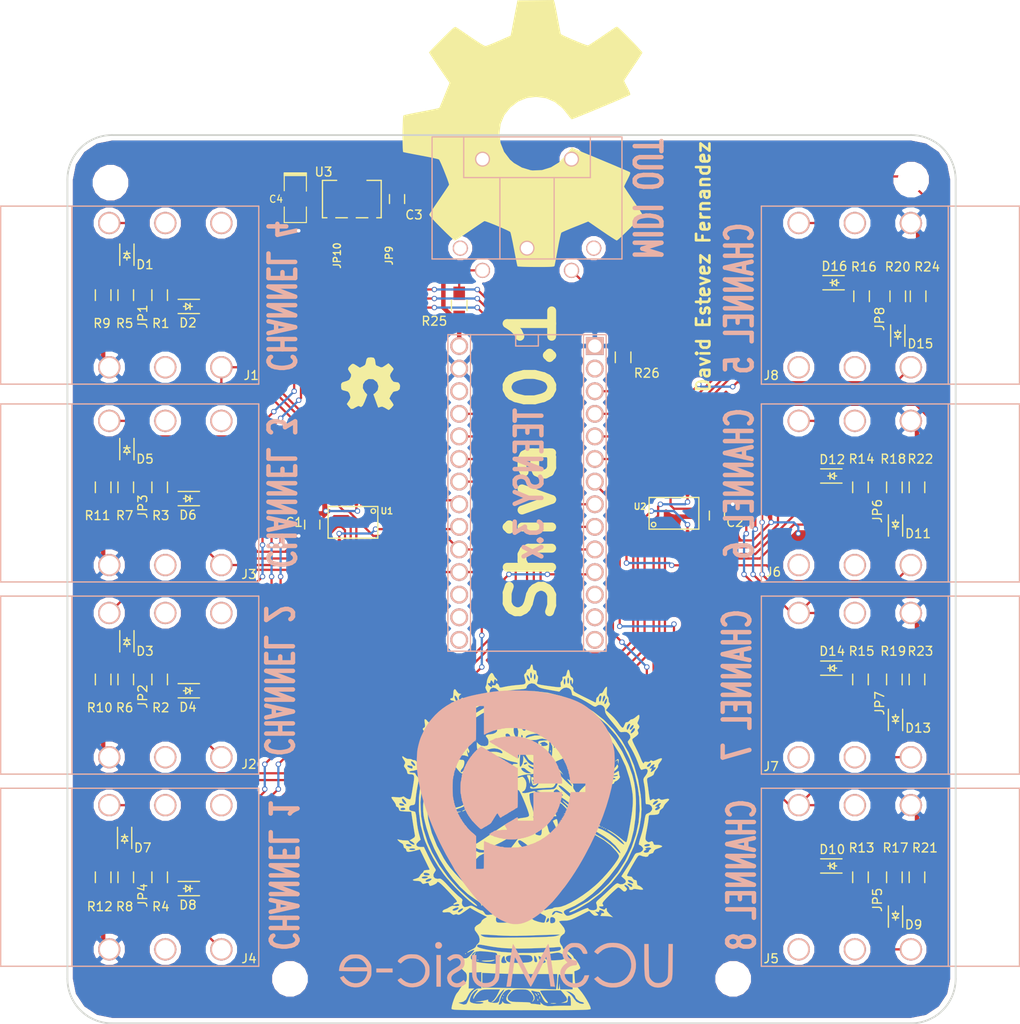
<source format=kicad_pcb>
(kicad_pcb (version 4) (host pcbnew 0.201510170916+6271~30~ubuntu14.04.1-product)
  (layers (0 F.Cu signal) (31 B.Cu signal) (34 B.Paste user) (35 F.Paste user) (36 B.SilkS user) (37 F.SilkS user) (38 B.Mask user) (39 F.Mask user) (44 Edge.Cuts user))
  (net 0 "")
  (net 1 GND)
  (net 2 /DETECT_05)
  (net 3 /DETECT_06)
  (net 4 /DETECT_07)
  (net 5 /DETECT_08)
  (net 6 /DETECT_04)
  (net 7 /DETECT_03)
  (net 8 /DETECT_02)
  (net 9 /DETECT_01)
  (net 10 "Net-(BOARD1-Pad12)")
  (net 11 "Net-(BOARD1-Pad13)")
  (net 12 "Net-(BOARD1-Pad14)")
  (net 13 "Net-(BOARD1-Pad15)")
  (net 14 "Net-(BOARD1-Pad16)")
  (net 15 "Net-(BOARD1-Pad17)")
  (net 16 /CHANNEL_01)
  (net 17 /CHANNEL_02)
  (net 18 /CHANNEL_03)
  (net 19 /CHANNEL_04)
  (net 20 /CHANNEL_08)
  (net 21 /CHANNEL_07)
  (net 22 /CHANNEL_06)
  (net 23 /CHANNEL_05)
  (net 24 "Net-(BOARD1-Pad26)")
  (net 25 +5V)
  (net 26 VCC)
  (net 27 "Net-(D1-Pad2)")
  (net 28 "Net-(D3-Pad2)")
  (net 29 "Net-(D5-Pad2)")
  (net 30 "Net-(D7-Pad2)")
  (net 31 "Net-(D10-Pad1)")
  (net 32 "Net-(D11-Pad2)")
  (net 33 "Net-(D13-Pad2)")
  (net 34 "Net-(D15-Pad2)")
  (net 35 "Net-(J1-PadR)")
  (net 36 "Net-(J1-PadRS)")
  (net 37 "Net-(J1-PadTS)")
  (net 38 "Net-(J2-PadR)")
  (net 39 "Net-(J2-PadRS)")
  (net 40 "Net-(J2-PadTS)")
  (net 41 "Net-(J3-PadR)")
  (net 42 "Net-(J3-PadRS)")
  (net 43 "Net-(J3-PadTS)")
  (net 44 "Net-(J4-PadR)")
  (net 45 "Net-(J4-PadRS)")
  (net 46 "Net-(J4-PadTS)")
  (net 47 "Net-(J5-PadR)")
  (net 48 "Net-(J5-PadRS)")
  (net 49 "Net-(J5-PadTS)")
  (net 50 "Net-(J6-PadR)")
  (net 51 "Net-(J6-PadRS)")
  (net 52 "Net-(J6-PadTS)")
  (net 53 "Net-(J7-PadR)")
  (net 54 "Net-(J7-PadRS)")
  (net 55 "Net-(J7-PadTS)")
  (net 56 "Net-(J8-PadR)")
  (net 57 "Net-(J8-PadRS)")
  (net 58 "Net-(J8-PadTS)")
  (net 59 "Net-(R5-Pad1)")
  (net 60 "Net-(R10-Pad2)")
  (net 61 "Net-(R11-Pad2)")
  (net 62 "Net-(R12-Pad2)")
  (net 63 "Net-(R17-Pad1)")
  (net 64 "Net-(R18-Pad1)")
  (net 65 "Net-(R19-Pad1)")
  (net 66 "Net-(R20-Pad1)")
  (net 67 "Net-(P1-Pad5)")
  (net 68 "Net-(P1-Pad4)")
  (net 69 "Net-(C4-Pad1)")
  (net 70 "Net-(P1-Pad1)")
  (net 71 "Net-(P1-Pad3)")
  (net 72 "Net-(BOARD1-Pad2)")
  (net 73 /TX)
  (module def-footprints:Package_SSOP16 (layer F.Cu) (at 126.238 96.266 180)
    (fp_text reference U1 (at -4.064 1.27 180) (layer F.SilkS) (effects (font (size 0.7 0.7))))
    (fp_text value LTC6242 hide)
    (pad 1 smd rect (at -2.54 2.4765 180) (size 0.4191 1.143) (layers F.Cu F.Paste F.Mask) (net 19 /CHANNEL_04))
    (pad 2 smd rect (at -1.905 2.4765 180) (size 0.4191 1.143) (layers F.Cu F.Paste F.Mask) (net 27 "Net-(D1-Pad2)"))
    (pad 3 smd rect (at -1.27 2.4765 180) (size 0.4191 1.143) (layers F.Cu F.Paste F.Mask) (net 59 "Net-(R5-Pad1)"))
    (pad 4 smd rect (at -0.635 2.4765 180) (size 0.4191 1.143) (layers F.Cu F.Paste F.Mask) (net 26 VCC))
    (pad 5 smd rect (at 0 2.4765 180) (size 0.4191 1.143) (layers F.Cu F.Paste F.Mask) (net 60 "Net-(R10-Pad2)"))
    (pad 6 smd rect (at 0.635 2.4765 180) (size 0.4191 1.143) (layers F.Cu F.Paste F.Mask) (net 28 "Net-(D3-Pad2)"))
    (pad 7 smd rect (at 1.27 2.4765 180) (size 0.4191 1.143) (layers F.Cu F.Paste F.Mask) (net 17 /CHANNEL_02))
    (pad 8 smd rect (at 1.905 2.4765 180) (size 0.4191 1.143) (layers F.Cu F.Paste F.Mask))
    (pad 9 smd rect (at 1.905 -2.4765 180) (size 0.4191 1.143) (layers F.Cu F.Paste F.Mask))
    (pad 10 smd rect (at 1.27 -2.4765 180) (size 0.4191 1.143) (layers F.Cu F.Paste F.Mask) (net 18 /CHANNEL_03))
    (pad 11 smd rect (at 0.635 -2.4765 180) (size 0.4191 1.143) (layers F.Cu F.Paste F.Mask) (net 29 "Net-(D5-Pad2)"))
    (pad 12 smd rect (at 0 -2.4765 180) (size 0.4191 1.143) (layers F.Cu F.Paste F.Mask) (net 61 "Net-(R11-Pad2)"))
    (pad 13 smd rect (at -0.635 -2.4765 180) (size 0.4191 1.143) (layers F.Cu F.Paste F.Mask) (net 1 GND))
    (pad 14 smd rect (at -1.27 -2.4765 180) (size 0.4191 1.143) (layers F.Cu F.Paste F.Mask) (net 62 "Net-(R12-Pad2)"))
    (pad 15 smd rect (at -1.905 -2.4765 180) (size 0.4191 1.143) (layers F.Cu F.Paste F.Mask) (net 30 "Net-(D7-Pad2)"))
    (pad 16 smd rect (at -2.54 -2.4765 180) (size 0.4191 1.143) (layers F.Cu F.Paste F.Mask) (net 16 /CHANNEL_01))
  )
  (module def-footprints:CONN_Jack_Female_6.35mm_THD (layer B.Cu) (at 105.41 92.964)
    (fp_text reference J3 (at 9.398 9.144) (layer F.SilkS))
    (fp_text value JACK_FEMALE_STEREO hide)
    (pad S thru_hole circle (at -6.3 8.1) (size 2.5 2.5) (drill 2.1) (layers *.Cu *.Mask B.SilkS) (net 1 GND))
    (pad R thru_hole circle (at 0 8.1) (size 2.5 2.5) (drill 2.1) (layers *.Cu *.Mask B.SilkS) (net 41 "Net-(J3-PadR)"))
    (pad T thru_hole circle (at 6.3 8.1) (size 2.5 2.5) (drill 2.1) (layers *.Cu *.Mask B.SilkS) (net 29 "Net-(D5-Pad2)"))
    (pad SS thru_hole circle (at -6.3 -8.1) (size 2.5 2.5) (drill 2.1) (layers *.Cu *.Mask B.SilkS) (net 7 /DETECT_03))
    (pad RS thru_hole circle (at 0 -8.1) (size 2.5 2.5) (drill 2.1) (layers *.Cu *.Mask B.SilkS) (net 42 "Net-(J3-PadRS)"))
    (pad TS thru_hole circle (at 6.3 -8.1) (size 2.5 2.5) (drill 2.1) (layers *.Cu *.Mask B.SilkS) (net 43 "Net-(J3-PadTS)"))
  )
  (module def-footprints:Board_Teensy_3_1 (layer B.Cu) (at 146.05 94.234 180)
    (fp_text reference BOARD1 hide)
    (fp_text value BOARD_TEENSY_3.1 hide)
    (pad 1 thru_hole rect (at -7.62 17.78 180) (size 2 2) (drill 1.5) (layers *.Cu *.Mask B.SilkS) (net 1 GND))
    (pad 2 thru_hole circle (at -7.62 15.24 180) (size 2 2) (drill 1.5) (layers *.Cu *.Mask B.SilkS) (net 72 "Net-(BOARD1-Pad2)"))
    (pad 3 thru_hole circle (at -7.62 12.7 180) (size 2 2) (drill 1.5) (layers *.Cu *.Mask B.SilkS) (net 73 /TX))
    (pad 4 thru_hole circle (at -7.62 10.16 180) (size 2 2) (drill 1.5) (layers *.Cu *.Mask B.SilkS) (net 2 /DETECT_05))
    (pad 5 thru_hole circle (at -7.62 7.62 180) (size 2 2) (drill 1.5) (layers *.Cu *.Mask B.SilkS) (net 3 /DETECT_06))
    (pad 6 thru_hole circle (at -7.62 5.08 180) (size 2 2) (drill 1.5) (layers *.Cu *.Mask B.SilkS) (net 4 /DETECT_07))
    (pad 7 thru_hole circle (at -7.62 2.54 180) (size 2 2) (drill 1.5) (layers *.Cu *.Mask B.SilkS) (net 5 /DETECT_08))
    (pad 8 thru_hole circle (at -7.62 0 180) (size 2 2) (drill 1.5) (layers *.Cu *.Mask B.SilkS) (net 6 /DETECT_04))
    (pad 9 thru_hole circle (at -7.62 -2.54 180) (size 2 2) (drill 1.5) (layers *.Cu *.Mask B.SilkS) (net 7 /DETECT_03))
    (pad 10 thru_hole circle (at -7.62 -5.08 180) (size 2 2) (drill 1.5) (layers *.Cu *.Mask B.SilkS) (net 8 /DETECT_02))
    (pad 11 thru_hole circle (at -7.62 -7.62 180) (size 2 2) (drill 1.5) (layers *.Cu *.Mask B.SilkS) (net 9 /DETECT_01))
    (pad 12 thru_hole circle (at -7.62 -10.16 180) (size 2 2) (drill 1.5) (layers *.Cu *.Mask B.SilkS) (net 10 "Net-(BOARD1-Pad12)"))
    (pad 13 thru_hole circle (at -7.62 -12.7 180) (size 2 2) (drill 1.5) (layers *.Cu *.Mask B.SilkS) (net 11 "Net-(BOARD1-Pad13)"))
    (pad 14 thru_hole circle (at -7.62 -15.24 180) (size 2 2) (drill 1.5) (layers *.Cu *.Mask B.SilkS) (net 12 "Net-(BOARD1-Pad14)"))
    (pad 15 thru_hole circle (at 7.62 -15.24 180) (size 2 2) (drill 1.5) (layers *.Cu *.Mask B.SilkS) (net 13 "Net-(BOARD1-Pad15)"))
    (pad 16 thru_hole circle (at 7.62 -12.7 180) (size 2 2) (drill 1.5) (layers *.Cu *.Mask B.SilkS) (net 14 "Net-(BOARD1-Pad16)"))
    (pad 17 thru_hole circle (at 7.62 -10.16 180) (size 2 2) (drill 1.5) (layers *.Cu *.Mask B.SilkS) (net 15 "Net-(BOARD1-Pad17)"))
    (pad 18 thru_hole circle (at 7.62 -7.62 180) (size 2 2) (drill 1.5) (layers *.Cu *.Mask B.SilkS) (net 16 /CHANNEL_01))
    (pad 19 thru_hole circle (at 7.62 -5.08 180) (size 2 2) (drill 1.5) (layers *.Cu *.Mask B.SilkS) (net 17 /CHANNEL_02))
    (pad 20 thru_hole circle (at 7.62 -2.54 180) (size 2 2) (drill 1.5) (layers *.Cu *.Mask B.SilkS) (net 18 /CHANNEL_03))
    (pad 21 thru_hole circle (at 7.62 0 180) (size 2 2) (drill 1.5) (layers *.Cu *.Mask B.SilkS) (net 19 /CHANNEL_04))
    (pad 22 thru_hole circle (at 7.62 2.54 180) (size 2 2) (drill 1.5) (layers *.Cu *.Mask B.SilkS) (net 20 /CHANNEL_08))
    (pad 23 thru_hole circle (at 7.62 5.08 180) (size 2 2) (drill 1.5) (layers *.Cu *.Mask B.SilkS) (net 21 /CHANNEL_07))
    (pad 24 thru_hole circle (at 7.62 7.62 180) (size 2 2) (drill 1.5) (layers *.Cu *.Mask B.SilkS) (net 22 /CHANNEL_06))
    (pad 25 thru_hole circle (at 7.62 10.16 180) (size 2 2) (drill 1.5) (layers *.Cu *.Mask B.SilkS) (net 23 /CHANNEL_05))
    (pad 26 thru_hole circle (at 7.62 12.7 180) (size 2 2) (drill 1.5) (layers *.Cu *.Mask B.SilkS) (net 24 "Net-(BOARD1-Pad26)"))
    (pad 27 thru_hole circle (at 7.62 15.24 180) (size 2 2) (drill 1.5) (layers *.Cu *.Mask B.SilkS) (net 1 GND))
    (pad 28 thru_hole circle (at 7.62 17.78 180) (size 2 2) (drill 1.5) (layers *.Cu *.Mask B.SilkS) (net 25 +5V))
  )
  (module Capacitors_SMD:C_0805_HandSoldering (layer F.Cu) (at 121.92 96.52 270)
    (fp_text reference C1 (at -0.254 2.032 360) (layer F.SilkS))
    (fp_text value 100nF hide)
    (pad 1 smd rect (at -1.25 0 270) (size 1.5 1.25) (layers F.Cu F.Paste F.Mask) (net 26 VCC))
    (pad 2 smd rect (at 1.25 0 270) (size 1.5 1.25) (layers F.Cu F.Paste F.Mask) (net 1 GND))
  )
  (module Capacitors_SMD:C_0805_HandSoldering (layer F.Cu) (at 167.386 95.504 90)
    (fp_text reference C2 (at -0.762 2.032 180) (layer F.SilkS))
    (fp_text value 100nF hide)
    (pad 1 smd rect (at -1.25 0 90) (size 1.5 1.25) (layers F.Cu F.Paste F.Mask) (net 26 VCC))
    (pad 2 smd rect (at 1.25 0 90) (size 1.5 1.25) (layers F.Cu F.Paste F.Mask) (net 1 GND))
  )
  (module Capacitors_SMD:C_0805_HandSoldering (layer F.Cu) (at 131.445 59.944 90)
    (fp_text reference C3 (at -1.778 1.905 180) (layer F.SilkS))
    (fp_text value 100nF hide)
    (pad 1 smd rect (at -1.25 0 90) (size 1.5 1.25) (layers F.Cu F.Paste F.Mask) (net 25 +5V))
    (pad 2 smd rect (at 1.25 0 90) (size 1.5 1.25) (layers F.Cu F.Paste F.Mask) (net 1 GND))
  )
  (module Diodes_SMD:SOD-323 (layer F.Cu) (at 101.092 66.294 270)
    (fp_text reference D1 (at 1.016 -2.032 360) (layer F.SilkS))
    (fp_text value 3.3V hide)
    (pad 1 smd rect (at -1.055 0 270) (size 0.59 0.45) (layers F.Cu F.Paste F.Mask) (net 26 VCC))
    (pad 2 smd rect (at 1.055 0 270) (size 0.59 0.45) (layers F.Cu F.Paste F.Mask) (net 27 "Net-(D1-Pad2)"))
  )
  (module Diodes_SMD:SOD-323 (layer F.Cu) (at 107.95 72.009 180)
    (fp_text reference D2 (at 0 -1.85 180) (layer F.SilkS))
    (fp_text value 3.3V hide)
    (pad 1 smd rect (at -1.055 0 180) (size 0.59 0.45) (layers F.Cu F.Paste F.Mask) (net 27 "Net-(D1-Pad2)"))
    (pad 2 smd rect (at 1.055 0 180) (size 0.59 0.45) (layers F.Cu F.Paste F.Mask) (net 1 GND))
  )
  (module Diodes_SMD:SOD-323 (layer F.Cu) (at 101.092 109.728 270)
    (fp_text reference D3 (at 1.016 -2.032 360) (layer F.SilkS))
    (fp_text value 3.3V hide)
    (pad 1 smd rect (at -1.055 0 270) (size 0.59 0.45) (layers F.Cu F.Paste F.Mask) (net 26 VCC))
    (pad 2 smd rect (at 1.055 0 270) (size 0.59 0.45) (layers F.Cu F.Paste F.Mask) (net 28 "Net-(D3-Pad2)"))
  )
  (module Diodes_SMD:SOD-323 (layer F.Cu) (at 107.95 115.189 180)
    (fp_text reference D4 (at 0 -1.85 180) (layer F.SilkS))
    (fp_text value 3.3V hide)
    (pad 1 smd rect (at -1.055 0 180) (size 0.59 0.45) (layers F.Cu F.Paste F.Mask) (net 28 "Net-(D3-Pad2)"))
    (pad 2 smd rect (at 1.055 0 180) (size 0.59 0.45) (layers F.Cu F.Paste F.Mask) (net 1 GND))
  )
  (module Diodes_SMD:SOD-323 (layer F.Cu) (at 101.092 88.138 270)
    (fp_text reference D5 (at 1.016 -2.032 360) (layer F.SilkS))
    (fp_text value 3.3V hide)
    (pad 1 smd rect (at -1.055 0 270) (size 0.59 0.45) (layers F.Cu F.Paste F.Mask) (net 26 VCC))
    (pad 2 smd rect (at 1.055 0 270) (size 0.59 0.45) (layers F.Cu F.Paste F.Mask) (net 29 "Net-(D5-Pad2)"))
  )
  (module Diodes_SMD:SOD-323 (layer F.Cu) (at 107.95 93.599 180)
    (fp_text reference D6 (at 0 -1.85 180) (layer F.SilkS))
    (fp_text value 3.3V hide)
    (pad 1 smd rect (at -1.055 0 180) (size 0.59 0.45) (layers F.Cu F.Paste F.Mask) (net 29 "Net-(D5-Pad2)"))
    (pad 2 smd rect (at 1.055 0 180) (size 0.59 0.45) (layers F.Cu F.Paste F.Mask) (net 1 GND))
  )
  (module Diodes_SMD:SOD-323 (layer F.Cu) (at 100.838 131.826 270)
    (fp_text reference D7 (at 1.016 -2.032 360) (layer F.SilkS))
    (fp_text value 3.3V hide)
    (pad 1 smd rect (at -1.055 0 270) (size 0.59 0.45) (layers F.Cu F.Paste F.Mask) (net 26 VCC))
    (pad 2 smd rect (at 1.055 0 270) (size 0.59 0.45) (layers F.Cu F.Paste F.Mask) (net 30 "Net-(D7-Pad2)"))
  )
  (module Diodes_SMD:SOD-323 (layer F.Cu) (at 107.95 137.414 180)
    (fp_text reference D8 (at 0 -1.85 180) (layer F.SilkS))
    (fp_text value 3.3V hide)
    (pad 1 smd rect (at -1.055 0 180) (size 0.59 0.45) (layers F.Cu F.Paste F.Mask) (net 30 "Net-(D7-Pad2)"))
    (pad 2 smd rect (at 1.055 0 180) (size 0.59 0.45) (layers F.Cu F.Paste F.Mask) (net 1 GND))
  )
  (module Diodes_SMD:SOD-323 (layer F.Cu) (at 187.452 140.462 90)
    (fp_text reference D9 (at -1.016 2.032 180) (layer F.SilkS))
    (fp_text value 3.3V hide)
    (pad 1 smd rect (at -1.055 0 90) (size 0.59 0.45) (layers F.Cu F.Paste F.Mask) (net 26 VCC))
    (pad 2 smd rect (at 1.055 0 90) (size 0.59 0.45) (layers F.Cu F.Paste F.Mask) (net 31 "Net-(D10-Pad1)"))
  )
  (module Diodes_SMD:SOD-323 (layer F.Cu) (at 180.34 134.874)
    (fp_text reference D10 (at 0 -1.85) (layer F.SilkS))
    (fp_text value 3.3V hide)
    (pad 1 smd rect (at -1.055 0) (size 0.59 0.45) (layers F.Cu F.Paste F.Mask) (net 31 "Net-(D10-Pad1)"))
    (pad 2 smd rect (at 1.055 0) (size 0.59 0.45) (layers F.Cu F.Paste F.Mask) (net 1 GND))
  )
  (module Diodes_SMD:SOD-323 (layer F.Cu) (at 187.452 96.52 90)
    (fp_text reference D11 (at -1.016 2.54 180) (layer F.SilkS))
    (fp_text value 3.3V hide)
    (pad 1 smd rect (at -1.055 0 90) (size 0.59 0.45) (layers F.Cu F.Paste F.Mask) (net 26 VCC))
    (pad 2 smd rect (at 1.055 0 90) (size 0.59 0.45) (layers F.Cu F.Paste F.Mask) (net 32 "Net-(D11-Pad2)"))
  )
  (module Diodes_SMD:SOD-323 (layer F.Cu) (at 180.34 91.059)
    (fp_text reference D12 (at 0 -1.85) (layer F.SilkS))
    (fp_text value 3.3V hide)
    (pad 1 smd rect (at -1.055 0) (size 0.59 0.45) (layers F.Cu F.Paste F.Mask) (net 32 "Net-(D11-Pad2)"))
    (pad 2 smd rect (at 1.055 0) (size 0.59 0.45) (layers F.Cu F.Paste F.Mask) (net 1 GND))
  )
  (module Diodes_SMD:SOD-323 (layer F.Cu) (at 187.452 118.364 90)
    (fp_text reference D13 (at -1.016 2.54 180) (layer F.SilkS))
    (fp_text value 3.3V hide)
    (pad 1 smd rect (at -1.055 0 90) (size 0.59 0.45) (layers F.Cu F.Paste F.Mask) (net 26 VCC))
    (pad 2 smd rect (at 1.055 0 90) (size 0.59 0.45) (layers F.Cu F.Paste F.Mask) (net 33 "Net-(D13-Pad2)"))
  )
  (module Diodes_SMD:SOD-323 (layer F.Cu) (at 180.34 112.649)
    (fp_text reference D14 (at 0 -1.905) (layer F.SilkS))
    (fp_text value 3.3V hide)
    (pad 1 smd rect (at -1.055 0) (size 0.59 0.45) (layers F.Cu F.Paste F.Mask) (net 33 "Net-(D13-Pad2)"))
    (pad 2 smd rect (at 1.055 0) (size 0.59 0.45) (layers F.Cu F.Paste F.Mask) (net 1 GND))
  )
  (module Diodes_SMD:SOD-323 (layer F.Cu) (at 187.706 75.184 90)
    (fp_text reference D15 (at -1.016 2.54 180) (layer F.SilkS))
    (fp_text value 3.3V hide)
    (pad 1 smd rect (at -1.055 0 90) (size 0.59 0.45) (layers F.Cu F.Paste F.Mask) (net 26 VCC))
    (pad 2 smd rect (at 1.055 0 90) (size 0.59 0.45) (layers F.Cu F.Paste F.Mask) (net 34 "Net-(D15-Pad2)"))
  )
  (module Diodes_SMD:SOD-323 (layer F.Cu) (at 180.594 69.342)
    (fp_text reference D16 (at 0 -1.85) (layer F.SilkS))
    (fp_text value 3.3V hide)
    (pad 1 smd rect (at -1.055 0) (size 0.59 0.45) (layers F.Cu F.Paste F.Mask) (net 34 "Net-(D15-Pad2)"))
    (pad 2 smd rect (at 1.055 0) (size 0.59 0.45) (layers F.Cu F.Paste F.Mask) (net 1 GND))
  )
  (module def-footprints:CONN_Jack_Female_6.35mm_THD (layer B.Cu) (at 105.41 70.739)
    (fp_text reference J1 (at 9.652 9.017) (layer F.SilkS))
    (fp_text value JACK_FEMALE_STEREO hide)
    (pad S thru_hole circle (at -6.3 8.1) (size 2.5 2.5) (drill 2.1) (layers *.Cu *.Mask B.SilkS) (net 1 GND))
    (pad R thru_hole circle (at 0 8.1) (size 2.5 2.5) (drill 2.1) (layers *.Cu *.Mask B.SilkS) (net 35 "Net-(J1-PadR)"))
    (pad T thru_hole circle (at 6.3 8.1) (size 2.5 2.5) (drill 2.1) (layers *.Cu *.Mask B.SilkS) (net 27 "Net-(D1-Pad2)"))
    (pad SS thru_hole circle (at -6.3 -8.1) (size 2.5 2.5) (drill 2.1) (layers *.Cu *.Mask B.SilkS) (net 6 /DETECT_04))
    (pad RS thru_hole circle (at 0 -8.1) (size 2.5 2.5) (drill 2.1) (layers *.Cu *.Mask B.SilkS) (net 36 "Net-(J1-PadRS)"))
    (pad TS thru_hole circle (at 6.3 -8.1) (size 2.5 2.5) (drill 2.1) (layers *.Cu *.Mask B.SilkS) (net 37 "Net-(J1-PadTS)"))
  )
  (module def-footprints:CONN_Jack_Female_6.35mm_THD (layer B.Cu) (at 105.41 114.554)
    (fp_text reference J2 (at 9.398 8.89) (layer F.SilkS))
    (fp_text value JACK_FEMALE_STEREO hide)
    (pad S thru_hole circle (at -6.3 8.1) (size 2.5 2.5) (drill 2.1) (layers *.Cu *.Mask B.SilkS) (net 1 GND))
    (pad R thru_hole circle (at 0 8.1) (size 2.5 2.5) (drill 2.1) (layers *.Cu *.Mask B.SilkS) (net 38 "Net-(J2-PadR)"))
    (pad T thru_hole circle (at 6.3 8.1) (size 2.5 2.5) (drill 2.1) (layers *.Cu *.Mask B.SilkS) (net 28 "Net-(D3-Pad2)"))
    (pad SS thru_hole circle (at -6.3 -8.1) (size 2.5 2.5) (drill 2.1) (layers *.Cu *.Mask B.SilkS) (net 8 /DETECT_02))
    (pad RS thru_hole circle (at 0 -8.1) (size 2.5 2.5) (drill 2.1) (layers *.Cu *.Mask B.SilkS) (net 39 "Net-(J2-PadRS)"))
    (pad TS thru_hole circle (at 6.3 -8.1) (size 2.5 2.5) (drill 2.1) (layers *.Cu *.Mask B.SilkS) (net 40 "Net-(J2-PadTS)"))
  )
  (module def-footprints:CONN_Jack_Female_6.35mm_THD (layer B.Cu) (at 105.41 136.144)
    (fp_text reference J4 (at 9.398 9.144) (layer F.SilkS))
    (fp_text value JACK_FEMALE_STEREO hide)
    (pad S thru_hole circle (at -6.3 8.1) (size 2.5 2.5) (drill 2.1) (layers *.Cu *.Mask B.SilkS) (net 1 GND))
    (pad R thru_hole circle (at 0 8.1) (size 2.5 2.5) (drill 2.1) (layers *.Cu *.Mask B.SilkS) (net 44 "Net-(J4-PadR)"))
    (pad T thru_hole circle (at 6.3 8.1) (size 2.5 2.5) (drill 2.1) (layers *.Cu *.Mask B.SilkS) (net 30 "Net-(D7-Pad2)"))
    (pad SS thru_hole circle (at -6.3 -8.1) (size 2.5 2.5) (drill 2.1) (layers *.Cu *.Mask B.SilkS) (net 9 /DETECT_01))
    (pad RS thru_hole circle (at 0 -8.1) (size 2.5 2.5) (drill 2.1) (layers *.Cu *.Mask B.SilkS) (net 45 "Net-(J4-PadRS)"))
    (pad TS thru_hole circle (at 6.3 -8.1) (size 2.5 2.5) (drill 2.1) (layers *.Cu *.Mask B.SilkS) (net 46 "Net-(J4-PadTS)"))
  )
  (module def-footprints:CONN_Jack_Female_6.35mm_THD (layer B.Cu) (at 182.88 136.144 180)
    (fp_text reference J5 (at 9.398 -9.144 180) (layer F.SilkS))
    (fp_text value JACK_FEMALE_STEREO hide)
    (pad S thru_hole circle (at -6.3 8.1 180) (size 2.5 2.5) (drill 2.1) (layers *.Cu *.Mask B.SilkS) (net 1 GND))
    (pad R thru_hole circle (at 0 8.1 180) (size 2.5 2.5) (drill 2.1) (layers *.Cu *.Mask B.SilkS) (net 47 "Net-(J5-PadR)"))
    (pad T thru_hole circle (at 6.3 8.1 180) (size 2.5 2.5) (drill 2.1) (layers *.Cu *.Mask B.SilkS) (net 31 "Net-(D10-Pad1)"))
    (pad SS thru_hole circle (at -6.3 -8.1 180) (size 2.5 2.5) (drill 2.1) (layers *.Cu *.Mask B.SilkS) (net 5 /DETECT_08))
    (pad RS thru_hole circle (at 0 -8.1 180) (size 2.5 2.5) (drill 2.1) (layers *.Cu *.Mask B.SilkS) (net 48 "Net-(J5-PadRS)"))
    (pad TS thru_hole circle (at 6.3 -8.1 180) (size 2.5 2.5) (drill 2.1) (layers *.Cu *.Mask B.SilkS) (net 49 "Net-(J5-PadTS)"))
  )
  (module def-footprints:CONN_Jack_Female_6.35mm_THD (layer B.Cu) (at 182.88 92.964 180)
    (fp_text reference J6 (at 9.144 -8.89 180) (layer F.SilkS))
    (fp_text value JACK_FEMALE_STEREO hide)
    (pad S thru_hole circle (at -6.3 8.1 180) (size 2.5 2.5) (drill 2.1) (layers *.Cu *.Mask B.SilkS) (net 1 GND))
    (pad R thru_hole circle (at 0 8.1 180) (size 2.5 2.5) (drill 2.1) (layers *.Cu *.Mask B.SilkS) (net 50 "Net-(J6-PadR)"))
    (pad T thru_hole circle (at 6.3 8.1 180) (size 2.5 2.5) (drill 2.1) (layers *.Cu *.Mask B.SilkS) (net 32 "Net-(D11-Pad2)"))
    (pad SS thru_hole circle (at -6.3 -8.1 180) (size 2.5 2.5) (drill 2.1) (layers *.Cu *.Mask B.SilkS) (net 3 /DETECT_06))
    (pad RS thru_hole circle (at 0 -8.1 180) (size 2.5 2.5) (drill 2.1) (layers *.Cu *.Mask B.SilkS) (net 51 "Net-(J6-PadRS)"))
    (pad TS thru_hole circle (at 6.3 -8.1 180) (size 2.5 2.5) (drill 2.1) (layers *.Cu *.Mask B.SilkS) (net 52 "Net-(J6-PadTS)"))
  )
  (module def-footprints:CONN_Jack_Female_6.35mm_THD (layer B.Cu) (at 182.88 114.554 180)
    (fp_text reference J7 (at 9.398 -9.144 180) (layer F.SilkS))
    (fp_text value JACK_FEMALE_STEREO hide)
    (pad S thru_hole circle (at -6.3 8.1 180) (size 2.5 2.5) (drill 2.1) (layers *.Cu *.Mask B.SilkS) (net 1 GND))
    (pad R thru_hole circle (at 0 8.1 180) (size 2.5 2.5) (drill 2.1) (layers *.Cu *.Mask B.SilkS) (net 53 "Net-(J7-PadR)"))
    (pad T thru_hole circle (at 6.3 8.1 180) (size 2.5 2.5) (drill 2.1) (layers *.Cu *.Mask B.SilkS) (net 33 "Net-(D13-Pad2)"))
    (pad SS thru_hole circle (at -6.3 -8.1 180) (size 2.5 2.5) (drill 2.1) (layers *.Cu *.Mask B.SilkS) (net 4 /DETECT_07))
    (pad RS thru_hole circle (at 0 -8.1 180) (size 2.5 2.5) (drill 2.1) (layers *.Cu *.Mask B.SilkS) (net 54 "Net-(J7-PadRS)"))
    (pad TS thru_hole circle (at 6.3 -8.1 180) (size 2.5 2.5) (drill 2.1) (layers *.Cu *.Mask B.SilkS) (net 55 "Net-(J7-PadTS)"))
  )
  (module def-footprints:CONN_Jack_Female_6.35mm_THD (layer B.Cu) (at 182.88 70.739 180)
    (fp_text reference J8 (at 9.398 -9.017 180) (layer F.SilkS))
    (fp_text value JACK_FEMALE_STEREO hide)
    (pad S thru_hole circle (at -6.3 8.1 180) (size 2.5 2.5) (drill 2.1) (layers *.Cu *.Mask B.SilkS) (net 1 GND))
    (pad R thru_hole circle (at 0 8.1 180) (size 2.5 2.5) (drill 2.1) (layers *.Cu *.Mask B.SilkS) (net 56 "Net-(J8-PadR)"))
    (pad T thru_hole circle (at 6.3 8.1 180) (size 2.5 2.5) (drill 2.1) (layers *.Cu *.Mask B.SilkS) (net 34 "Net-(D15-Pad2)"))
    (pad SS thru_hole circle (at -6.3 -8.1 180) (size 2.5 2.5) (drill 2.1) (layers *.Cu *.Mask B.SilkS) (net 2 /DETECT_05))
    (pad RS thru_hole circle (at 0 -8.1 180) (size 2.5 2.5) (drill 2.1) (layers *.Cu *.Mask B.SilkS) (net 57 "Net-(J8-PadRS)"))
    (pad TS thru_hole circle (at 6.3 -8.1 180) (size 2.5 2.5) (drill 2.1) (layers *.Cu *.Mask B.SilkS) (net 58 "Net-(J8-PadTS)"))
  )
  (module Resistors_SMD:R_0805_HandSoldering (layer F.Cu) (at 104.775 70.739 270)
    (fp_text reference R1 (at 3.175 -0.127 360) (layer F.SilkS))
    (fp_text value 320M hide)
    (pad 1 smd rect (at -1.35 0 270) (size 1.5 1.3) (layers F.Cu F.Paste F.Mask) (net 27 "Net-(D1-Pad2)"))
    (pad 2 smd rect (at 1.35 0 270) (size 1.5 1.3) (layers F.Cu F.Paste F.Mask) (net 1 GND))
  )
  (module Resistors_SMD:R_0805_HandSoldering (layer F.Cu) (at 104.775 113.919 270)
    (fp_text reference R2 (at 3.175 -0.127 360) (layer F.SilkS))
    (fp_text value 320M hide)
    (pad 1 smd rect (at -1.35 0 270) (size 1.5 1.3) (layers F.Cu F.Paste F.Mask) (net 28 "Net-(D3-Pad2)"))
    (pad 2 smd rect (at 1.35 0 270) (size 1.5 1.3) (layers F.Cu F.Paste F.Mask) (net 1 GND))
  )
  (module Resistors_SMD:R_0805_HandSoldering (layer F.Cu) (at 104.775 92.329 270)
    (fp_text reference R3 (at 3.175 -0.127 360) (layer F.SilkS))
    (fp_text value 320M hide)
    (pad 1 smd rect (at -1.35 0 270) (size 1.5 1.3) (layers F.Cu F.Paste F.Mask) (net 29 "Net-(D5-Pad2)"))
    (pad 2 smd rect (at 1.35 0 270) (size 1.5 1.3) (layers F.Cu F.Paste F.Mask) (net 1 GND))
  )
  (module Resistors_SMD:R_0805_HandSoldering (layer F.Cu) (at 104.775 136.144 270)
    (fp_text reference R4 (at 3.302 -0.127 360) (layer F.SilkS))
    (fp_text value 320M hide)
    (pad 1 smd rect (at -1.35 0 270) (size 1.5 1.3) (layers F.Cu F.Paste F.Mask) (net 30 "Net-(D7-Pad2)"))
    (pad 2 smd rect (at 1.35 0 270) (size 1.5 1.3) (layers F.Cu F.Paste F.Mask) (net 1 GND))
  )
  (module Resistors_SMD:R_0805_HandSoldering (layer F.Cu) (at 98.425 70.739 270)
    (fp_text reference R5 (at 3.175 -2.413 360) (layer F.SilkS))
    (fp_text value R hide)
    (pad 1 smd rect (at -1.35 0 270) (size 1.5 1.3) (layers F.Cu F.Paste F.Mask) (net 59 "Net-(R5-Pad1)"))
    (pad 2 smd rect (at 1.35 0 270) (size 1.5 1.3) (layers F.Cu F.Paste F.Mask) (net 1 GND))
  )
  (module Resistors_SMD:R_0805_HandSoldering (layer F.Cu) (at 98.425 113.919 270)
    (fp_text reference R6 (at 3.175 -2.413 360) (layer F.SilkS))
    (fp_text value R hide)
    (pad 1 smd rect (at -1.35 0 270) (size 1.5 1.3) (layers F.Cu F.Paste F.Mask) (net 60 "Net-(R10-Pad2)"))
    (pad 2 smd rect (at 1.35 0 270) (size 1.5 1.3) (layers F.Cu F.Paste F.Mask) (net 1 GND))
  )
  (module Resistors_SMD:R_0805_HandSoldering (layer F.Cu) (at 98.425 92.329 270)
    (fp_text reference R7 (at 3.175 -2.413 360) (layer F.SilkS))
    (fp_text value R hide)
    (pad 1 smd rect (at -1.35 0 270) (size 1.5 1.3) (layers F.Cu F.Paste F.Mask) (net 61 "Net-(R11-Pad2)"))
    (pad 2 smd rect (at 1.35 0 270) (size 1.5 1.3) (layers F.Cu F.Paste F.Mask) (net 1 GND))
  )
  (module Resistors_SMD:R_0805_HandSoldering (layer F.Cu) (at 98.425 136.144 270)
    (fp_text reference R8 (at 3.302 -2.413 360) (layer F.SilkS))
    (fp_text value R hide)
    (pad 1 smd rect (at -1.35 0 270) (size 1.5 1.3) (layers F.Cu F.Paste F.Mask) (net 62 "Net-(R12-Pad2)"))
    (pad 2 smd rect (at 1.35 0 270) (size 1.5 1.3) (layers F.Cu F.Paste F.Mask) (net 1 GND))
  )
  (module Resistors_SMD:R_0805_HandSoldering (layer F.Cu) (at 100.965 70.739 90)
    (fp_text reference R9 (at -3.175 -2.667 180) (layer F.SilkS))
    (fp_text value R hide)
    (pad 1 smd rect (at -1.35 0 90) (size 1.5 1.3) (layers F.Cu F.Paste F.Mask) (net 19 /CHANNEL_04))
    (pad 2 smd rect (at 1.35 0 90) (size 1.5 1.3) (layers F.Cu F.Paste F.Mask) (net 59 "Net-(R5-Pad1)"))
  )
  (module Resistors_SMD:R_0805_HandSoldering (layer F.Cu) (at 100.965 113.919 90)
    (fp_text reference R10 (at -3.175 -2.921 180) (layer F.SilkS))
    (fp_text value R hide)
    (pad 1 smd rect (at -1.35 0 90) (size 1.5 1.3) (layers F.Cu F.Paste F.Mask) (net 17 /CHANNEL_02))
    (pad 2 smd rect (at 1.35 0 90) (size 1.5 1.3) (layers F.Cu F.Paste F.Mask) (net 60 "Net-(R10-Pad2)"))
  )
  (module Resistors_SMD:R_0805_HandSoldering (layer F.Cu) (at 100.965 92.329 90)
    (fp_text reference R11 (at -3.175 -3.175 180) (layer F.SilkS))
    (fp_text value R hide)
    (pad 1 smd rect (at -1.35 0 90) (size 1.5 1.3) (layers F.Cu F.Paste F.Mask) (net 18 /CHANNEL_03))
    (pad 2 smd rect (at 1.35 0 90) (size 1.5 1.3) (layers F.Cu F.Paste F.Mask) (net 61 "Net-(R11-Pad2)"))
  )
  (module Resistors_SMD:R_0805_HandSoldering (layer F.Cu) (at 100.965 136.144 90)
    (fp_text reference R12 (at -3.302 -2.921 180) (layer F.SilkS))
    (fp_text value R hide)
    (pad 1 smd rect (at -1.35 0 90) (size 1.5 1.3) (layers F.Cu F.Paste F.Mask) (net 16 /CHANNEL_01))
    (pad 2 smd rect (at 1.35 0 90) (size 1.5 1.3) (layers F.Cu F.Paste F.Mask) (net 62 "Net-(R12-Pad2)"))
  )
  (module Resistors_SMD:R_0805_HandSoldering (layer F.Cu) (at 183.515 136.144 90)
    (fp_text reference R13 (at 3.302 0.127 180) (layer F.SilkS))
    (fp_text value 320M hide)
    (pad 1 smd rect (at -1.35 0 90) (size 1.5 1.3) (layers F.Cu F.Paste F.Mask) (net 31 "Net-(D10-Pad1)"))
    (pad 2 smd rect (at 1.35 0 90) (size 1.5 1.3) (layers F.Cu F.Paste F.Mask) (net 1 GND))
  )
  (module Resistors_SMD:R_0805_HandSoldering (layer F.Cu) (at 183.515 92.329 90)
    (fp_text reference R14 (at 3.175 0.127 180) (layer F.SilkS))
    (fp_text value 320M hide)
    (pad 1 smd rect (at -1.35 0 90) (size 1.5 1.3) (layers F.Cu F.Paste F.Mask) (net 32 "Net-(D11-Pad2)"))
    (pad 2 smd rect (at 1.35 0 90) (size 1.5 1.3) (layers F.Cu F.Paste F.Mask) (net 1 GND))
  )
  (module Resistors_SMD:R_0805_HandSoldering (layer F.Cu) (at 183.515 113.919 90)
    (fp_text reference R15 (at 3.175 0.127 180) (layer F.SilkS))
    (fp_text value 320M hide)
    (pad 1 smd rect (at -1.35 0 90) (size 1.5 1.3) (layers F.Cu F.Paste F.Mask) (net 33 "Net-(D13-Pad2)"))
    (pad 2 smd rect (at 1.35 0 90) (size 1.5 1.3) (layers F.Cu F.Paste F.Mask) (net 1 GND))
  )
  (module Resistors_SMD:R_0805_HandSoldering (layer F.Cu) (at 183.642 70.866 90)
    (fp_text reference R16 (at 3.302 0.254 180) (layer F.SilkS))
    (fp_text value 320M hide)
    (pad 1 smd rect (at -1.35 0 90) (size 1.5 1.3) (layers F.Cu F.Paste F.Mask) (net 34 "Net-(D15-Pad2)"))
    (pad 2 smd rect (at 1.35 0 90) (size 1.5 1.3) (layers F.Cu F.Paste F.Mask) (net 1 GND))
  )
  (module Resistors_SMD:R_0805_HandSoldering (layer F.Cu) (at 189.865 136.144 90)
    (fp_text reference R17 (at 3.302 -2.413 180) (layer F.SilkS))
    (fp_text value R hide)
    (pad 1 smd rect (at -1.35 0 90) (size 1.5 1.3) (layers F.Cu F.Paste F.Mask) (net 63 "Net-(R17-Pad1)"))
    (pad 2 smd rect (at 1.35 0 90) (size 1.5 1.3) (layers F.Cu F.Paste F.Mask) (net 1 GND))
  )
  (module Resistors_SMD:R_0805_HandSoldering (layer F.Cu) (at 189.865 92.329 90)
    (fp_text reference R18 (at 3.175 -2.667 180) (layer F.SilkS))
    (fp_text value R hide)
    (pad 1 smd rect (at -1.35 0 90) (size 1.5 1.3) (layers F.Cu F.Paste F.Mask) (net 64 "Net-(R18-Pad1)"))
    (pad 2 smd rect (at 1.35 0 90) (size 1.5 1.3) (layers F.Cu F.Paste F.Mask) (net 1 GND))
  )
  (module Resistors_SMD:R_0805_HandSoldering (layer F.Cu) (at 189.865 113.919 90)
    (fp_text reference R19 (at 3.175 -2.667 180) (layer F.SilkS))
    (fp_text value R hide)
    (pad 1 smd rect (at -1.35 0 90) (size 1.5 1.3) (layers F.Cu F.Paste F.Mask) (net 65 "Net-(R19-Pad1)"))
    (pad 2 smd rect (at 1.35 0 90) (size 1.5 1.3) (layers F.Cu F.Paste F.Mask) (net 1 GND))
  )
  (module Resistors_SMD:R_0805_HandSoldering (layer F.Cu) (at 189.992 70.866 90)
    (fp_text reference R20 (at 3.302 -2.286 180) (layer F.SilkS))
    (fp_text value R hide)
    (pad 1 smd rect (at -1.35 0 90) (size 1.5 1.3) (layers F.Cu F.Paste F.Mask) (net 66 "Net-(R20-Pad1)"))
    (pad 2 smd rect (at 1.35 0 90) (size 1.5 1.3) (layers F.Cu F.Paste F.Mask) (net 1 GND))
  )
  (module Resistors_SMD:R_0805_HandSoldering (layer F.Cu) (at 187.325 136.144 270)
    (fp_text reference R21 (at -3.302 -3.429 360) (layer F.SilkS))
    (fp_text value R hide)
    (pad 1 smd rect (at -1.35 0 270) (size 1.5 1.3) (layers F.Cu F.Paste F.Mask) (net 20 /CHANNEL_08))
    (pad 2 smd rect (at 1.35 0 270) (size 1.5 1.3) (layers F.Cu F.Paste F.Mask) (net 63 "Net-(R17-Pad1)"))
  )
  (module Resistors_SMD:R_0805_HandSoldering (layer F.Cu) (at 187.325 92.329 270)
    (fp_text reference R22 (at -3.175 -2.921 360) (layer F.SilkS))
    (fp_text value R hide)
    (pad 1 smd rect (at -1.35 0 270) (size 1.5 1.3) (layers F.Cu F.Paste F.Mask) (net 22 /CHANNEL_06))
    (pad 2 smd rect (at 1.35 0 270) (size 1.5 1.3) (layers F.Cu F.Paste F.Mask) (net 64 "Net-(R18-Pad1)"))
  )
  (module Resistors_SMD:R_0805_HandSoldering (layer F.Cu) (at 187.325 113.919 270)
    (fp_text reference R23 (at -3.175 -2.921 360) (layer F.SilkS))
    (fp_text value R hide)
    (pad 1 smd rect (at -1.35 0 270) (size 1.5 1.3) (layers F.Cu F.Paste F.Mask) (net 21 /CHANNEL_07))
    (pad 2 smd rect (at 1.35 0 270) (size 1.5 1.3) (layers F.Cu F.Paste F.Mask) (net 65 "Net-(R19-Pad1)"))
  )
  (module Resistors_SMD:R_0805_HandSoldering (layer F.Cu) (at 187.706 70.866 270)
    (fp_text reference R24 (at -3.302 -3.302 360) (layer F.SilkS))
    (fp_text value R hide)
    (pad 1 smd rect (at -1.35 0 270) (size 1.5 1.3) (layers F.Cu F.Paste F.Mask) (net 23 /CHANNEL_05))
    (pad 2 smd rect (at 1.35 0 270) (size 1.5 1.3) (layers F.Cu F.Paste F.Mask) (net 66 "Net-(R20-Pad1)"))
  )
  (module Resistors_SMD:R_0805_HandSoldering (layer F.Cu) (at 138.43 71.882 90)
    (fp_text reference R25 (at -1.778 -2.794 180) (layer F.SilkS))
    (fp_text value 220R hide)
    (pad 1 smd rect (at -1.35 0 90) (size 1.5 1.3) (layers F.Cu F.Paste F.Mask) (net 25 +5V))
    (pad 2 smd rect (at 1.35 0 90) (size 1.5 1.3) (layers F.Cu F.Paste F.Mask) (net 67 "Net-(P1-Pad5)"))
  )
  (module Resistors_SMD:R_0805_HandSoldering (layer F.Cu) (at 156.845 77.724 90)
    (fp_text reference R26 (at -1.778 2.667 180) (layer F.SilkS))
    (fp_text value 220R hide)
    (pad 1 smd rect (at -1.35 0 90) (size 1.5 1.3) (layers F.Cu F.Paste F.Mask) (net 73 /TX))
    (pad 2 smd rect (at 1.35 0 90) (size 1.5 1.3) (layers F.Cu F.Paste F.Mask) (net 68 "Net-(P1-Pad4)"))
  )
  (module def-footprints:Package_SOT-223-3 (layer F.Cu) (at 126.365 59.944)
    (fp_text reference U3 (at -3.175 -3.048) (layer F.SilkS))
    (fp_text value LD1117S33CTR hide)
    (pad 2 smd rect (at 0 -3.05) (size 3.25 1.9) (layers F.Cu F.Paste F.Mask) (net 69 "Net-(C4-Pad1)"))
    (pad 1 smd rect (at -2.3 3.05) (size 0.95 1.9) (layers F.Cu F.Paste F.Mask) (net 1 GND))
    (pad 2 smd rect (at 0 3.05) (size 0.95 1.9) (layers F.Cu F.Paste F.Mask) (net 69 "Net-(C4-Pad1)"))
    (pad 3 smd rect (at 2.3 3.05) (size 0.95 1.9) (layers F.Cu F.Paste F.Mask) (net 25 +5V))
  )
  (module def-footprints:Package_1206_pol (layer F.Cu) (at 120.015 59.944 270)
    (fp_text reference C4 (at 0 2.159 360) (layer F.SilkS) (effects (font (size 0.8 0.8) (thickness 0.127))))
    (fp_text value 10uF hide)
    (pad 1 smd rect (at -1.651 0 270) (size 1.524 2.032) (layers F.Cu F.Paste F.Mask) (net 69 "Net-(C4-Pad1)"))
    (pad 2 smd rect (at 1.651 0 270) (size 1.524 2.032) (layers F.Cu F.Paste F.Mask) (net 1 GND))
  )
  (module def-footprints:Miscellaneous_Solder_Jumper (layer F.Cu) (at 102.87 70.612 270)
    (fp_text reference JP1 (at 2.54 0 270) (layer F.SilkS))
    (fp_text value Jumper_NO_Small hide)
    (pad 1 smd trapezoid (at -0.4572 0 270) (size 0.8 0.8) (rect_delta -0.3 0) (layers F.Cu F.Paste F.Mask) (net 27 "Net-(D1-Pad2)"))
    (pad 2 smd trapezoid (at 0.4572 0 270) (size 0.8 0.8) (rect_delta 0.3 0) (layers F.Cu F.Paste F.Mask) (net 19 /CHANNEL_04))
  )
  (module def-footprints:Miscellaneous_Solder_Jumper (layer F.Cu) (at 102.87 113.284 270)
    (fp_text reference JP2 (at 2.54 0 270) (layer F.SilkS))
    (fp_text value Jumper_NO_Small hide)
    (pad 1 smd trapezoid (at -0.4572 0 270) (size 0.8 0.8) (rect_delta -0.3 0) (layers F.Cu F.Paste F.Mask) (net 28 "Net-(D3-Pad2)"))
    (pad 2 smd trapezoid (at 0.4572 0 270) (size 0.8 0.8) (rect_delta 0.3 0) (layers F.Cu F.Paste F.Mask) (net 17 /CHANNEL_02))
  )
  (module def-footprints:Miscellaneous_Solder_Jumper (layer F.Cu) (at 102.87 91.694 270)
    (fp_text reference JP3 (at 2.794 0 270) (layer F.SilkS))
    (fp_text value Jumper_NO_Small hide)
    (pad 1 smd trapezoid (at -0.4572 0 270) (size 0.8 0.8) (rect_delta -0.3 0) (layers F.Cu F.Paste F.Mask) (net 29 "Net-(D5-Pad2)"))
    (pad 2 smd trapezoid (at 0.4572 0 270) (size 0.8 0.8) (rect_delta 0.3 0) (layers F.Cu F.Paste F.Mask) (net 18 /CHANNEL_03))
  )
  (module def-footprints:Miscellaneous_Solder_Jumper (layer F.Cu) (at 102.87 135.636 270)
    (fp_text reference JP4 (at 2.54 0 270) (layer F.SilkS))
    (fp_text value Jumper_NO_Small hide)
    (pad 1 smd trapezoid (at -0.4572 0 270) (size 0.8 0.8) (rect_delta -0.3 0) (layers F.Cu F.Paste F.Mask) (net 30 "Net-(D7-Pad2)"))
    (pad 2 smd trapezoid (at 0.4572 0 270) (size 0.8 0.8) (rect_delta 0.3 0) (layers F.Cu F.Paste F.Mask) (net 16 /CHANNEL_01))
  )
  (module def-footprints:Miscellaneous_Solder_Jumper (layer F.Cu) (at 185.42 136.144 90)
    (fp_text reference JP5 (at -2.54 0 90) (layer F.SilkS))
    (fp_text value Jumper_NO_Small hide)
    (pad 1 smd trapezoid (at -0.4572 0 90) (size 0.8 0.8) (rect_delta -0.3 0) (layers F.Cu F.Paste F.Mask) (net 31 "Net-(D10-Pad1)"))
    (pad 2 smd trapezoid (at 0.4572 0 90) (size 0.8 0.8) (rect_delta 0.3 0) (layers F.Cu F.Paste F.Mask) (net 20 /CHANNEL_08))
  )
  (module def-footprints:Miscellaneous_Solder_Jumper (layer F.Cu) (at 185.42 92.329 90)
    (fp_text reference JP6 (at -2.667 0 90) (layer F.SilkS))
    (fp_text value Jumper_NO_Small hide)
    (pad 1 smd trapezoid (at -0.4572 0 90) (size 0.8 0.8) (rect_delta -0.3 0) (layers F.Cu F.Paste F.Mask) (net 32 "Net-(D11-Pad2)"))
    (pad 2 smd trapezoid (at 0.4572 0 90) (size 0.8 0.8) (rect_delta 0.3 0) (layers F.Cu F.Paste F.Mask) (net 22 /CHANNEL_06))
  )
  (module def-footprints:Miscellaneous_Solder_Jumper (layer F.Cu) (at 185.42 113.919 90)
    (fp_text reference JP7 (at -2.667 0.254 90) (layer F.SilkS))
    (fp_text value Jumper_NO_Small hide)
    (pad 1 smd trapezoid (at -0.4572 0 90) (size 0.8 0.8) (rect_delta -0.3 0) (layers F.Cu F.Paste F.Mask) (net 33 "Net-(D13-Pad2)"))
    (pad 2 smd trapezoid (at 0.4572 0 90) (size 0.8 0.8) (rect_delta 0.3 0) (layers F.Cu F.Paste F.Mask) (net 21 /CHANNEL_07))
  )
  (module def-footprints:Miscellaneous_Solder_Jumper (layer F.Cu) (at 185.674 70.866 90)
    (fp_text reference JP8 (at -2.54 0 90) (layer F.SilkS))
    (fp_text value Jumper_NO_Small hide)
    (pad 1 smd trapezoid (at -0.4572 0 90) (size 0.8 0.8) (rect_delta -0.3 0) (layers F.Cu F.Paste F.Mask) (net 34 "Net-(D15-Pad2)"))
    (pad 2 smd trapezoid (at 0.4572 0 90) (size 0.8 0.8) (rect_delta 0.3 0) (layers F.Cu F.Paste F.Mask) (net 23 /CHANNEL_05))
  )
  (module def-footprints:Miscellaneous_Solder_Jumper (layer F.Cu) (at 128.905 66.294 270)
    (fp_text reference JP9 (at 0 -1.651 270) (layer F.SilkS) (effects (font (size 0.8 0.8))))
    (fp_text value Jumper_NO_Small hide)
    (pad 1 smd trapezoid (at -0.4572 0 270) (size 0.8 0.8) (rect_delta -0.3 0) (layers F.Cu F.Paste F.Mask) (net 25 +5V))
    (pad 2 smd trapezoid (at 0.4572 0 270) (size 0.8 0.8) (rect_delta 0.3 0) (layers F.Cu F.Paste F.Mask) (net 26 VCC))
  )
  (module def-footprints:Miscellaneous_Solder_Jumper (layer F.Cu) (at 126.365 66.294 270)
    (fp_text reference JP10 (at 0 1.651 270) (layer F.SilkS) (effects (font (size 0.8 0.8))))
    (fp_text value Jumper_NO_Small hide)
    (pad 1 smd trapezoid (at -0.4572 0 270) (size 0.8 0.8) (rect_delta -0.3 0) (layers F.Cu F.Paste F.Mask) (net 69 "Net-(C4-Pad1)"))
    (pad 2 smd trapezoid (at 0.4572 0 270) (size 0.8 0.8) (rect_delta 0.3 0) (layers F.Cu F.Paste F.Mask) (net 26 VCC))
  )
  (module def-footprints:Package_SSOP16 (layer F.Cu) (at 162.814 95.25)
    (fp_text reference U2 (at -4.064 -0.762) (layer F.SilkS) (effects (font (size 0.7 0.7))))
    (fp_text value LTC6242 hide)
    (pad 1 smd rect (at -2.54 2.4765) (size 0.4191 1.143) (layers F.Cu F.Paste F.Mask) (net 20 /CHANNEL_08))
    (pad 2 smd rect (at -1.905 2.4765) (size 0.4191 1.143) (layers F.Cu F.Paste F.Mask) (net 31 "Net-(D10-Pad1)"))
    (pad 3 smd rect (at -1.27 2.4765) (size 0.4191 1.143) (layers F.Cu F.Paste F.Mask) (net 63 "Net-(R17-Pad1)"))
    (pad 4 smd rect (at -0.635 2.4765) (size 0.4191 1.143) (layers F.Cu F.Paste F.Mask) (net 26 VCC))
    (pad 5 smd rect (at 0 2.4765) (size 0.4191 1.143) (layers F.Cu F.Paste F.Mask) (net 64 "Net-(R18-Pad1)"))
    (pad 6 smd rect (at 0.635 2.4765) (size 0.4191 1.143) (layers F.Cu F.Paste F.Mask) (net 32 "Net-(D11-Pad2)"))
    (pad 7 smd rect (at 1.27 2.4765) (size 0.4191 1.143) (layers F.Cu F.Paste F.Mask) (net 22 /CHANNEL_06))
    (pad 8 smd rect (at 1.905 2.4765) (size 0.4191 1.143) (layers F.Cu F.Paste F.Mask))
    (pad 9 smd rect (at 1.905 -2.4765) (size 0.4191 1.143) (layers F.Cu F.Paste F.Mask))
    (pad 10 smd rect (at 1.27 -2.4765) (size 0.4191 1.143) (layers F.Cu F.Paste F.Mask) (net 21 /CHANNEL_07))
    (pad 11 smd rect (at 0.635 -2.4765) (size 0.4191 1.143) (layers F.Cu F.Paste F.Mask) (net 33 "Net-(D13-Pad2)"))
    (pad 12 smd rect (at 0 -2.4765) (size 0.4191 1.143) (layers F.Cu F.Paste F.Mask) (net 65 "Net-(R19-Pad1)"))
    (pad 13 smd rect (at -0.635 -2.4765) (size 0.4191 1.143) (layers F.Cu F.Paste F.Mask) (net 1 GND))
    (pad 14 smd rect (at -1.27 -2.4765) (size 0.4191 1.143) (layers F.Cu F.Paste F.Mask) (net 66 "Net-(R20-Pad1)"))
    (pad 15 smd rect (at -1.905 -2.4765) (size 0.4191 1.143) (layers F.Cu F.Paste F.Mask) (net 34 "Net-(D15-Pad2)"))
    (pad 16 smd rect (at -2.54 -2.4765) (size 0.4191 1.143) (layers F.Cu F.Paste F.Mask) (net 23 /CHANNEL_05))
  )
  (module def-footprints:CONN_DIN5_Socket (layer B.Cu) (at 146.05 52.959)
    (fp_text reference P1 (at -9.398 1.143) (layer F.SilkS))
    (fp_text value DIN_5)
    (pad 1 thru_hole circle (at 7.5 12.5) (size 1.7 1.7) (drill 1.4) (layers *.Cu *.Mask B.SilkS) (net 70 "Net-(P1-Pad1)"))
    (pad 2 thru_hole circle (at 0 12.5) (size 1.7 1.7) (drill 1.4) (layers *.Cu *.Mask B.SilkS) (net 1 GND))
    (pad 3 thru_hole circle (at -7.5 12.5) (size 1.7 1.7) (drill 1.4) (layers *.Cu *.Mask B.SilkS) (net 71 "Net-(P1-Pad3)"))
    (pad 4 thru_hole circle (at 5 15) (size 1.7 1.7) (drill 1.4) (layers *.Cu *.Mask B.SilkS) (net 68 "Net-(P1-Pad4)"))
    (pad 5 thru_hole circle (at -5 15) (size 1.7 1.7) (drill 1.4) (layers *.Cu *.Mask B.SilkS) (net 67 "Net-(P1-Pad5)"))
    (pad E thru_hole circle (at -5 2.5) (size 1.7 1.7) (drill 1.4) (layers *.Cu *.Mask B.SilkS))
    (pad E thru_hole circle (at 5 2.5) (size 1.7 1.7) (drill 1.4) (layers *.Cu *.Mask B.SilkS))
  )
  (module uc3music_logos:logo_pick_30x30mm (layer B.Cu) (at 144.78 128.27 180)
    (fp_text reference G*** hide)
    (fp_text value LOGO hide)
  )
  (module uc3music_logos:logo_text_40x6.9mm (layer B.Cu) (at 143.51 146.304 180)
    (fp_text reference G*** hide)
    (fp_text value LOGO hide)
  )
  (module Shiva:shiva_logo2 (layer F.Cu) (at 146.304 131.572)
    (fp_text reference G*** hide)
    (fp_text value LOGO hide)
  )
  (module def-footprints:Mechanical_Drill_3mm (layer F.Cu) (at 99.41 57.754)
    (fp_text reference Mechanical_drill_3mm hide)
    (fp_text value "" hide)
    (pad "" np_thru_hole circle (at -0.158 0.35) (size 3 3) (drill 3) (layers *.Cu *.Mask))
  )
  (module def-footprints:Mechanical_Drill_3mm (layer F.Cu) (at 189.21 57.754)
    (fp_text reference Mechanical_drill_3mm hide)
    (fp_text value "" hide)
    (pad "" np_thru_hole circle (at 0 0) (size 3 3) (drill 3) (layers *.Cu *.Mask))
  )
  (module def-footprints:Mechanical_Drill_3mm (layer F.Cu) (at 119.41 147.554)
    (fp_text reference Mechanical_drill_3mm hide)
    (fp_text value "" hide)
    (pad "" np_thru_hole circle (at 0 0) (size 3 3) (drill 3) (layers *.Cu *.Mask))
  )
  (module def-footprints:Mechanical_Drill_3mm (layer F.Cu) (at 169.21 147.554)
    (fp_text reference Mechanical_drill_3mm hide)
    (fp_text value "" hide)
    (pad "" np_thru_hole circle (at 0 0) (size 3 3) (drill 3) (layers *.Cu *.Mask))
  )
  (module def-footprints:Logo_OSHW_small (layer F.Cu) (at 128.524 80.518)
    (fp_text reference G*** hide)
    (fp_text value OSHW-logo hide)
  )
  (module def-footprints:Logo_OSHW_3x3cm (layer F.Cu) (at 145.542 52.578 90)
    (fp_text reference G*** hide)
    (fp_text value LOGO hide)
  )
  (gr_text DEF (at 107.188 56.896) (layer F.Cu) (effects (font (size 1.5 1.5) (thickness 0.3))))
  (gr_text "David Estevez Fernandez" (at 165.862 67.564 90) (layer F.SilkS) (effects (font (size 1.5 1.5) (thickness 0.3))))
  (gr_text "Shiva 0.1" (at 146.558 89.408 90) (layer F.SilkS) (effects (font (size 5 5) (thickness 1))))
  (gr_text "TEENSY 3.x" (at 146.304 91.948 90) (layer B.SilkS) (effects (font (size 3 2) (thickness 0.5)) (justify mirror)))
  (gr_text "CHANNEL 8" (at 170.18 135.89 90) (layer B.SilkS) (effects (font (size 3 2) (thickness 0.5)) (justify mirror)))
  (gr_text "CHANNEL 7" (at 169.672 114.554 90) (layer B.SilkS) (effects (font (size 3 2) (thickness 0.5)) (justify mirror)))
  (gr_text "CHANNEL 6" (at 169.926 91.948 90) (layer B.SilkS) (effects (font (size 3 2) (thickness 0.5)) (justify mirror)))
  (gr_text "CHANNEL 5" (at 169.926 71.12 90) (layer B.SilkS) (effects (font (size 3 2) (thickness 0.5)) (justify mirror)))
  (gr_text "CHANNEL 4" (at 118.364 70.866 270) (layer B.SilkS) (effects (font (size 3 2) (thickness 0.5)) (justify mirror)))
  (gr_text "CHANNEL 3" (at 118.364 92.964 270) (layer B.SilkS) (effects (font (size 3 2) (thickness 0.5)) (justify mirror)))
  (gr_text "CHANNEL 2" (at 118.11 114.046 270) (layer B.SilkS) (effects (font (size 3 2) (thickness 0.5)) (justify mirror)))
  (gr_text "CHANNEL 1" (at 118.618 135.89 270) (layer B.SilkS) (effects (font (size 3 2) (thickness 0.5)) (justify mirror)))
  (gr_text "MIDI OUT" (at 159.512 59.944 270) (layer B.SilkS) (effects (font (size 3 2) (thickness 0.5)) (justify mirror)))
  (gr_line (start 99.41 52.754) (end 189.21 52.754) (angle 90) (layer Edge.Cuts) (width 0.2))
  (gr_line (start 194.21 57.754) (end 194.21 147.554) (angle 90) (layer Edge.Cuts) (width 0.2))
  (gr_line (start 189.21 152.554) (end 99.41 152.554) (angle 90) (layer Edge.Cuts) (width 0.2))
  (gr_line (start 94.41 147.554) (end 94.41 57.754) (angle 90) (layer Edge.Cuts) (width 0.2))
  (gr_arc (start 189.21 57.754) (end 189.21 52.754) (angle 90) (layer Edge.Cuts) (width 0.2))
  (gr_arc (start 189.21 147.554) (end 194.21 147.554) (angle 90) (layer Edge.Cuts) (width 0.2))
  (gr_arc (start 99.41 147.554) (end 99.41 152.554) (angle 90) (layer Edge.Cuts) (width 0.2))
  (gr_arc (start 99.41 57.754) (end 94.41 57.754) (angle 90) (layer Edge.Cuts) (width 0.2))
  (segment (start 99.06 74.422) (end 98.425 75.057) (width 0.5) (layer F.Cu) (net 1))
  (segment (start 98.552 74.676) (end 98.425 74.676) (width 0.5) (layer F.Cu) (net 1))
  (segment (start 98.425 74.803) (end 98.552 74.676) (width 0.5) (layer F.Cu) (net 1))
  (segment (start 98.425 75.057) (end 98.425 74.803) (width 0.5) (layer F.Cu) (net 1))
  (segment (start 99.06 74.422) (end 98.425 73.787) (width 0.5) (layer F.Cu) (net 1))
  (segment (start 98.552 73.914) (end 98.425 73.914) (width 0.5) (layer F.Cu) (net 1))
  (segment (start 98.425 73.787) (end 98.552 73.914) (width 0.5) (layer F.Cu) (net 1))
  (segment (start 104.775 72.089) (end 104.775 73.787) (width 0.5) (layer F.Cu) (net 1))
  (segment (start 104.14 74.422) (end 99.06 74.422) (width 0.5) (layer F.Cu) (net 1))
  (segment (start 99.06 74.422) (end 98.425 74.422) (width 0.5) (layer F.Cu) (net 1))
  (segment (start 104.775 73.787) (end 104.14 74.422) (width 0.5) (layer F.Cu) (net 1))
  (segment (start 106.895 72.009) (end 104.855 72.009) (width 0.5) (layer F.Cu) (net 1))
  (segment (start 104.855 72.009) (end 104.775 72.089) (width 0.5) (layer F.Cu) (net 1))
  (segment (start 98.425 72.089) (end 98.425 73.914) (width 0.5) (layer F.Cu) (net 1))
  (segment (start 98.425 73.914) (end 98.425 74.422) (width 0.5) (layer F.Cu) (net 1))
  (segment (start 98.425 74.422) (end 98.425 74.676) (width 0.5) (layer F.Cu) (net 1))
  (segment (start 98.425 74.676) (end 98.425 78.154) (width 0.5) (layer F.Cu) (net 1))
  (segment (start 98.425 78.154) (end 99.11 78.839) (width 0.5) (layer F.Cu) (net 1))
  (segment (start 98.806 96.266) (end 98.425 96.647) (width 0.5) (layer F.Cu) (net 1))
  (segment (start 98.552 96.52) (end 98.425 96.52) (width 0.5) (layer F.Cu) (net 1))
  (segment (start 98.425 96.647) (end 98.552 96.52) (width 0.5) (layer F.Cu) (net 1))
  (segment (start 98.806 96.266) (end 98.425 95.885) (width 0.5) (layer F.Cu) (net 1))
  (segment (start 98.552 96.012) (end 98.425 96.012) (width 0.5) (layer F.Cu) (net 1))
  (segment (start 98.425 95.885) (end 98.552 96.012) (width 0.5) (layer F.Cu) (net 1))
  (segment (start 104.775 93.679) (end 104.648 93.806) (width 0.5) (layer F.Cu) (net 1))
  (segment (start 104.648 93.806) (end 104.648 95.25) (width 0.5) (layer F.Cu) (net 1))
  (segment (start 103.632 96.266) (end 98.806 96.266) (width 0.5) (layer F.Cu) (net 1))
  (segment (start 98.806 96.266) (end 98.425 96.266) (width 0.5) (layer F.Cu) (net 1))
  (segment (start 104.648 95.25) (end 103.632 96.266) (width 0.5) (layer F.Cu) (net 1))
  (segment (start 99.11 101.064) (end 98.425 100.379) (width 0.5) (layer F.Cu) (net 1))
  (segment (start 98.425 100.379) (end 98.425 96.774) (width 0.5) (layer F.Cu) (net 1))
  (segment (start 98.425 96.774) (end 98.425 96.52) (width 0.5) (layer F.Cu) (net 1))
  (segment (start 98.425 96.52) (end 98.425 96.266) (width 0.5) (layer F.Cu) (net 1))
  (segment (start 98.425 96.266) (end 98.425 96.012) (width 0.5) (layer F.Cu) (net 1))
  (segment (start 98.425 96.012) (end 98.425 93.679) (width 0.5) (layer F.Cu) (net 1))
  (segment (start 106.895 93.599) (end 104.855 93.599) (width 0.5) (layer F.Cu) (net 1))
  (segment (start 104.855 93.599) (end 104.775 93.679) (width 0.5) (layer F.Cu) (net 1))
  (segment (start 99.06 117.348) (end 98.425 116.713) (width 0.5) (layer F.Cu) (net 1))
  (segment (start 98.552 116.84) (end 98.425 116.84) (width 0.5) (layer F.Cu) (net 1))
  (segment (start 98.425 116.713) (end 98.552 116.84) (width 0.5) (layer F.Cu) (net 1))
  (segment (start 98.425 117.856) (end 98.552 117.856) (width 0.5) (layer F.Cu) (net 1))
  (segment (start 98.552 117.856) (end 99.06 117.348) (width 0.5) (layer F.Cu) (net 1))
  (segment (start 98.806 139.7) (end 98.425 139.319) (width 0.5) (layer F.Cu) (net 1))
  (segment (start 98.552 139.446) (end 98.425 139.446) (width 0.5) (layer F.Cu) (net 1))
  (segment (start 98.425 139.319) (end 98.552 139.446) (width 0.5) (layer F.Cu) (net 1))
  (segment (start 98.425 140.208) (end 98.425 140.081) (width 0.5) (layer F.Cu) (net 1))
  (segment (start 98.425 140.081) (end 98.806 139.7) (width 0.5) (layer F.Cu) (net 1))
  (segment (start 98.425 117.348) (end 99.06 117.348) (width 0.5) (layer F.Cu) (net 1))
  (segment (start 99.06 117.348) (end 103.886 117.348) (width 0.5) (layer F.Cu) (net 1))
  (segment (start 103.886 117.348) (end 104.775 116.459) (width 0.5) (layer F.Cu) (net 1))
  (segment (start 104.775 116.459) (end 104.775 115.269) (width 0.5) (layer F.Cu) (net 1))
  (segment (start 98.425 115.269) (end 98.425 116.84) (width 0.5) (layer F.Cu) (net 1))
  (segment (start 98.425 116.84) (end 98.425 117.348) (width 0.5) (layer F.Cu) (net 1))
  (segment (start 98.425 117.348) (end 98.425 117.856) (width 0.5) (layer F.Cu) (net 1))
  (segment (start 98.425 117.856) (end 98.425 121.969) (width 0.5) (layer F.Cu) (net 1))
  (segment (start 98.425 121.969) (end 99.11 122.654) (width 0.5) (layer F.Cu) (net 1))
  (segment (start 106.895 115.189) (end 104.855 115.189) (width 0.5) (layer F.Cu) (net 1))
  (segment (start 104.855 115.189) (end 104.775 115.269) (width 0.5) (layer F.Cu) (net 1))
  (segment (start 98.425 139.7) (end 98.806 139.7) (width 0.5) (layer F.Cu) (net 1))
  (segment (start 98.806 139.7) (end 103.632 139.7) (width 0.5) (layer F.Cu) (net 1))
  (segment (start 103.632 139.7) (end 104.775 138.557) (width 0.5) (layer F.Cu) (net 1))
  (segment (start 104.775 138.557) (end 104.775 137.494) (width 0.5) (layer F.Cu) (net 1))
  (segment (start 98.425 137.494) (end 98.425 139.446) (width 0.5) (layer F.Cu) (net 1))
  (segment (start 98.425 139.446) (end 98.425 139.7) (width 0.5) (layer F.Cu) (net 1))
  (segment (start 98.425 139.7) (end 98.425 140.208) (width 0.5) (layer F.Cu) (net 1))
  (segment (start 98.425 140.208) (end 98.425 143.559) (width 0.5) (layer F.Cu) (net 1))
  (segment (start 98.425 143.559) (end 99.11 144.244) (width 0.5) (layer F.Cu) (net 1))
  (segment (start 106.895 137.414) (end 104.855 137.414) (width 0.5) (layer F.Cu) (net 1))
  (segment (start 104.855 137.414) (end 104.775 137.494) (width 0.5) (layer F.Cu) (net 1))
  (segment (start 183.515 134.794) (end 181.475 134.794) (width 0.5) (layer F.Cu) (net 1))
  (segment (start 181.475 134.794) (end 181.395 134.874) (width 0.5) (layer F.Cu) (net 1))
  (segment (start 189.484 132.334) (end 189.865 132.715) (width 0.5) (layer F.Cu) (net 1))
  (segment (start 189.738 132.588) (end 189.865 132.588) (width 0.5) (layer F.Cu) (net 1))
  (segment (start 189.865 132.715) (end 189.738 132.588) (width 0.5) (layer F.Cu) (net 1))
  (segment (start 189.484 132.334) (end 189.865 131.953) (width 0.5) (layer F.Cu) (net 1))
  (segment (start 189.738 132.08) (end 189.865 132.08) (width 0.5) (layer F.Cu) (net 1))
  (segment (start 189.865 131.953) (end 189.738 132.08) (width 0.5) (layer F.Cu) (net 1))
  (segment (start 183.515 134.794) (end 183.515 133.223) (width 0.5) (layer F.Cu) (net 1))
  (segment (start 184.404 132.334) (end 189.484 132.334) (width 0.5) (layer F.Cu) (net 1))
  (segment (start 189.484 132.334) (end 189.865 132.334) (width 0.5) (layer F.Cu) (net 1))
  (segment (start 183.515 133.223) (end 184.404 132.334) (width 0.5) (layer F.Cu) (net 1))
  (segment (start 189.18 128.044) (end 189.865 128.729) (width 0.5) (layer F.Cu) (net 1))
  (segment (start 189.865 128.729) (end 189.865 132.08) (width 0.5) (layer F.Cu) (net 1))
  (segment (start 189.865 132.08) (end 189.865 132.334) (width 0.5) (layer F.Cu) (net 1))
  (segment (start 189.865 132.334) (end 189.865 132.588) (width 0.5) (layer F.Cu) (net 1))
  (segment (start 189.865 132.588) (end 189.865 134.794) (width 0.5) (layer F.Cu) (net 1))
  (segment (start 183.515 112.569) (end 183.435 112.649) (width 0.5) (layer F.Cu) (net 1))
  (segment (start 183.435 112.649) (end 181.395 112.649) (width 0.5) (layer F.Cu) (net 1))
  (segment (start 189.865 110.998) (end 189.357 110.49) (width 0.5) (layer F.Cu) (net 1))
  (segment (start 189.865 109.982) (end 189.357 110.49) (width 0.5) (layer F.Cu) (net 1))
  (segment (start 189.357 110.49) (end 189.23 110.49) (width 0.5) (layer F.Cu) (net 1))
  (segment (start 183.515 112.569) (end 183.515 111.125) (width 0.5) (layer F.Cu) (net 1))
  (segment (start 183.515 111.125) (end 184.15 110.49) (width 0.5) (layer F.Cu) (net 1))
  (segment (start 184.15 110.49) (end 189.23 110.49) (width 0.5) (layer F.Cu) (net 1))
  (segment (start 189.23 110.49) (end 189.865 110.49) (width 0.5) (layer F.Cu) (net 1))
  (segment (start 189.865 112.569) (end 189.865 110.998) (width 0.5) (layer F.Cu) (net 1))
  (segment (start 189.865 110.998) (end 189.865 110.49) (width 0.5) (layer F.Cu) (net 1))
  (segment (start 189.865 110.49) (end 189.865 109.982) (width 0.5) (layer F.Cu) (net 1))
  (segment (start 189.865 109.982) (end 189.865 107.139) (width 0.5) (layer F.Cu) (net 1))
  (segment (start 189.865 107.139) (end 189.18 106.454) (width 0.5) (layer F.Cu) (net 1))
  (segment (start 181.395 91.059) (end 183.435 91.059) (width 0.5) (layer F.Cu) (net 1))
  (segment (start 183.435 91.059) (end 183.515 90.979) (width 0.5) (layer F.Cu) (net 1))
  (segment (start 189.865 89.154) (end 189.738 89.154) (width 0.5) (layer F.Cu) (net 1))
  (segment (start 189.738 89.154) (end 189.484 88.9) (width 0.5) (layer F.Cu) (net 1))
  (segment (start 189.484 88.9) (end 189.865 88.519) (width 0.5) (layer F.Cu) (net 1))
  (segment (start 189.865 88.519) (end 189.738 88.646) (width 0.5) (layer F.Cu) (net 1))
  (segment (start 189.738 88.646) (end 189.865 88.646) (width 0.5) (layer F.Cu) (net 1))
  (segment (start 183.515 90.979) (end 183.642 90.852) (width 0.5) (layer F.Cu) (net 1))
  (segment (start 183.642 90.852) (end 183.642 89.408) (width 0.5) (layer F.Cu) (net 1))
  (segment (start 183.642 89.408) (end 184.15 88.9) (width 0.5) (layer F.Cu) (net 1))
  (segment (start 184.15 88.9) (end 189.484 88.9) (width 0.5) (layer F.Cu) (net 1))
  (segment (start 189.484 88.9) (end 189.865 88.9) (width 0.5) (layer F.Cu) (net 1))
  (segment (start 189.18 84.864) (end 189.865 85.549) (width 0.5) (layer F.Cu) (net 1))
  (segment (start 189.865 85.549) (end 189.865 88.646) (width 0.5) (layer F.Cu) (net 1))
  (segment (start 189.865 88.646) (end 189.865 88.9) (width 0.5) (layer F.Cu) (net 1))
  (segment (start 189.865 88.9) (end 189.865 89.154) (width 0.5) (layer F.Cu) (net 1))
  (segment (start 189.865 89.154) (end 189.865 90.979) (width 0.5) (layer F.Cu) (net 1))
  (segment (start 181.649 69.342) (end 183.468 69.342) (width 0.5) (layer F.Cu) (net 1))
  (segment (start 183.468 69.342) (end 183.642 69.516) (width 0.5) (layer F.Cu) (net 1))
  (segment (start 183.642 69.516) (end 183.468 69.342) (width 0.5) (layer F.Cu) (net 1))
  (segment (start 189.484 67.564) (end 189.992 67.056) (width 0.5) (layer F.Cu) (net 1))
  (segment (start 189.992 68.072) (end 189.484 67.564) (width 0.5) (layer F.Cu) (net 1))
  (segment (start 183.642 69.516) (end 183.642 68.326) (width 0.5) (layer F.Cu) (net 1))
  (segment (start 183.642 68.326) (end 184.404 67.564) (width 0.5) (layer F.Cu) (net 1))
  (segment (start 184.404 67.564) (end 189.484 67.564) (width 0.5) (layer F.Cu) (net 1))
  (segment (start 189.484 67.564) (end 189.992 67.564) (width 0.5) (layer F.Cu) (net 1))
  (segment (start 189.18 62.639) (end 189.992 63.451) (width 0.5) (layer F.Cu) (net 1))
  (segment (start 189.992 63.451) (end 189.992 67.056) (width 0.5) (layer F.Cu) (net 1))
  (segment (start 189.992 67.056) (end 189.992 67.564) (width 0.5) (layer F.Cu) (net 1))
  (segment (start 189.992 67.564) (end 189.992 68.072) (width 0.5) (layer F.Cu) (net 1))
  (segment (start 189.992 68.072) (end 189.992 69.516) (width 0.5) (layer F.Cu) (net 1))
  (segment (start 131.445 58.694) (end 139.285 58.694) (width 0.5) (layer F.Cu) (net 1))
  (segment (start 139.285 58.694) (end 146.05 65.459) (width 0.5) (layer F.Cu) (net 1))
  (via (at 120.396 63.5) (size 0.6) (drill 0.4) (layers F.Cu B.Cu) (net 1))
  (segment (start 124.065 62.994) (end 123.696 62.994) (width 0.5) (layer F.Cu) (net 1))
  (segment (start 123.696 62.994) (end 123.19 63.5) (width 0.5) (layer F.Cu) (net 1))
  (segment (start 123.19 63.5) (end 120.396 63.5) (width 0.5) (layer F.Cu) (net 1))
  (segment (start 120.396 63.5) (end 120.015 63.119) (width 0.5) (layer F.Cu) (net 1))
  (segment (start 120.015 63.119) (end 120.015 61.595) (width 0.5) (layer F.Cu) (net 1))
  (segment (start 162.179 94.107) (end 162.179 94.361) (width 0.25) (layer F.Cu) (net 1))
  (segment (start 162.56 94.742) (end 166.898 94.742) (width 0.25) (layer F.Cu) (net 1))
  (segment (start 162.179 94.361) (end 162.56 94.742) (width 0.25) (layer F.Cu) (net 1))
  (segment (start 166.898 94.742) (end 167.386 94.254) (width 0.25) (layer F.Cu) (net 1))
  (segment (start 162.179 92.7735) (end 162.179 94.107) (width 0.25) (layer F.Cu) (net 1))
  (segment (start 167.152 94.488) (end 167.386 94.254) (width 0.25) (layer F.Cu) (net 1))
  (segment (start 167.386 94.254) (end 169.144 94.254) (width 0.25) (layer F.Cu) (net 1))
  (via (at 169.164 94.234) (size 0.6) (drill 0.4) (layers F.Cu B.Cu) (net 1))
  (segment (start 169.144 94.254) (end 169.164 94.234) (width 0.25) (layer F.Cu) (net 1))
  (segment (start 126.873 97.663) (end 126.873 96.521398) (width 0.25) (layer F.Cu) (net 1))
  (segment (start 124.395801 95.568199) (end 124.206 95.758) (width 0.25) (layer F.Cu) (net 1))
  (segment (start 125.919801 95.568199) (end 124.395801 95.568199) (width 0.25) (layer F.Cu) (net 1))
  (segment (start 126.873 96.521398) (end 125.919801 95.568199) (width 0.25) (layer F.Cu) (net 1))
  (segment (start 121.92 97.77) (end 122.408 97.282) (width 0.25) (layer F.Cu) (net 1))
  (segment (start 122.408 97.282) (end 122.682 97.282) (width 0.25) (layer F.Cu) (net 1))
  (segment (start 126.873 97.663) (end 126.873 97.79) (width 0.25) (layer F.Cu) (net 1))
  (segment (start 126.873 97.79) (end 126.873 98.7425) (width 0.25) (layer F.Cu) (net 1))
  (segment (start 123.698 96.266) (end 124.206 95.758) (width 0.25) (layer F.Cu) (net 1))
  (segment (start 122.682 97.282) (end 123.698 96.266) (width 0.25) (layer F.Cu) (net 1))
  (segment (start 126.873 98.7425) (end 126.935801 98.679699) (width 0.25) (layer F.Cu) (net 1))
  (segment (start 122.174 97.77) (end 120.416 97.77) (width 0.25) (layer F.Cu) (net 1))
  (via (at 120.396 97.79) (size 0.6) (drill 0.4) (layers F.Cu B.Cu) (net 1))
  (segment (start 120.416 97.77) (end 120.396 97.79) (width 0.25) (layer F.Cu) (net 1))
  (segment (start 98.298 93.806) (end 98.425 93.679) (width 0.25) (layer F.Cu) (net 1))
  (segment (start 104.855 93.599) (end 104.775 93.679) (width 0.25) (layer F.Cu) (net 1))
  (segment (start 98.298 121.842) (end 99.11 122.654) (width 0.25) (layer F.Cu) (net 1))
  (segment (start 98.298 115.396) (end 98.425 115.269) (width 0.25) (layer F.Cu) (net 1))
  (segment (start 104.855 115.189) (end 104.775 115.269) (width 0.25) (layer F.Cu) (net 1))
  (segment (start 98.298 143.432) (end 99.11 144.244) (width 0.25) (layer F.Cu) (net 1))
  (segment (start 98.298 137.621) (end 98.425 137.494) (width 0.25) (layer F.Cu) (net 1))
  (segment (start 106.895 137.414) (end 106.815 137.494) (width 0.25) (layer F.Cu) (net 1))
  (segment (start 98.298 78.027) (end 99.11 78.839) (width 0.25) (layer F.Cu) (net 1))
  (segment (start 98.298 72.216) (end 98.425 72.089) (width 0.25) (layer F.Cu) (net 1))
  (segment (start 98.425 78.154) (end 99.11 78.839) (width 0.25) (layer F.Cu) (net 1))
  (segment (start 104.855 72.009) (end 104.775 72.089) (width 0.25) (layer F.Cu) (net 1))
  (segment (start 189.738 90.852) (end 189.865 90.979) (width 0.25) (layer F.Cu) (net 1))
  (segment (start 189.738 85.422) (end 189.18 84.864) (width 0.25) (layer F.Cu) (net 1))
  (segment (start 189.992 112.442) (end 189.865 112.569) (width 0.25) (layer F.Cu) (net 1))
  (segment (start 189.992 107.266) (end 189.18 106.454) (width 0.25) (layer F.Cu) (net 1))
  (segment (start 189.992 134.667) (end 189.865 134.794) (width 0.25) (layer F.Cu) (net 1))
  (segment (start 189.992 128.856) (end 189.18 128.044) (width 0.25) (layer F.Cu) (net 1))
  (segment (start 183.515 134.794) (end 183.642 134.667) (width 0.25) (layer F.Cu) (net 1))
  (segment (start 181.395 134.874) (end 181.475 134.794) (width 0.25) (layer F.Cu) (net 1))
  (segment (start 183.435 91.059) (end 183.515 90.979) (width 0.25) (layer F.Cu) (net 1))
  (segment (start 104.775 137.494) (end 104.775 137.944) (width 0.25) (layer F.Cu) (net 1))
  (via (at 169.164 81.026) (size 0.6) (drill 0.4) (layers F.Cu B.Cu) (net 2))
  (segment (start 162.052 84.074) (end 165.354 80.772) (width 0.25) (layer F.Cu) (net 2))
  (via (at 165.354 80.772) (size 0.6) (drill 0.4) (layers F.Cu B.Cu) (net 2))
  (segment (start 165.354 80.772) (end 165.608 81.026) (width 0.25) (layer B.Cu) (net 2))
  (segment (start 165.608 81.026) (end 169.164 81.026) (width 0.25) (layer B.Cu) (net 2))
  (segment (start 153.67 84.074) (end 162.052 84.074) (width 0.25) (layer F.Cu) (net 2))
  (segment (start 187.501 80.518) (end 189.18 78.839) (width 0.25) (layer F.Cu) (net 2))
  (segment (start 169.672 80.518) (end 187.501 80.518) (width 0.25) (layer F.Cu) (net 2))
  (segment (start 169.164 81.026) (end 169.672 80.518) (width 0.25) (layer F.Cu) (net 2))
  (segment (start 189.18 101.064) (end 189.18 101.142) (width 0.25) (layer F.Cu) (net 3))
  (segment (start 189.18 101.142) (end 187.452 102.87) (width 0.25) (layer F.Cu) (net 3))
  (segment (start 187.452 102.87) (end 174.752 102.87) (width 0.25) (layer F.Cu) (net 3))
  (segment (start 174.752 102.87) (end 172.974 101.092) (width 0.25) (layer F.Cu) (net 3))
  (segment (start 172.974 101.092) (end 162.306 101.092) (width 0.25) (layer F.Cu) (net 3))
  (via (at 162.306 101.092) (size 0.6) (drill 0.4) (layers F.Cu B.Cu) (net 3))
  (segment (start 162.306 101.092) (end 162.052 100.838) (width 0.25) (layer B.Cu) (net 3))
  (segment (start 162.052 100.838) (end 157.226 100.838) (width 0.25) (layer B.Cu) (net 3))
  (via (at 157.226 100.838) (size 0.6) (drill 0.4) (layers F.Cu B.Cu) (net 3))
  (segment (start 157.226 100.838) (end 157.226 92.456) (width 0.25) (layer F.Cu) (net 3))
  (segment (start 157.226 92.456) (end 157.226 87.376) (width 0.25) (layer F.Cu) (net 3))
  (segment (start 157.226 87.376) (end 156.464 86.614) (width 0.25) (layer F.Cu) (net 3))
  (segment (start 156.464 86.614) (end 153.67 86.614) (width 0.25) (layer F.Cu) (net 3))
  (segment (start 189.18 122.654) (end 186.408 122.654) (width 0.25) (layer F.Cu) (net 4))
  (segment (start 155.702 89.154) (end 153.67 89.154) (width 0.25) (layer F.Cu) (net 4))
  (segment (start 156.464 89.916) (end 155.702 89.154) (width 0.25) (layer F.Cu) (net 4))
  (segment (start 156.464 93.472) (end 156.464 89.916) (width 0.25) (layer F.Cu) (net 4))
  (segment (start 156.464 96.012) (end 156.464 93.472) (width 0.25) (layer F.Cu) (net 4))
  (segment (start 156.464 107.95) (end 156.464 96.012) (width 0.25) (layer F.Cu) (net 4))
  (via (at 156.464 107.95) (size 0.6) (drill 0.4) (layers F.Cu B.Cu) (net 4))
  (segment (start 162.306 107.95) (end 156.464 107.95) (width 0.25) (layer B.Cu) (net 4))
  (segment (start 162.56 107.696) (end 162.306 107.95) (width 0.25) (layer B.Cu) (net 4))
  (via (at 162.56 107.696) (size 0.6) (drill 0.4) (layers F.Cu B.Cu) (net 4))
  (segment (start 162.56 111.252) (end 162.56 107.696) (width 0.25) (layer F.Cu) (net 4))
  (segment (start 171.45 120.142) (end 162.56 111.252) (width 0.25) (layer F.Cu) (net 4))
  (segment (start 183.896 120.142) (end 171.45 120.142) (width 0.25) (layer F.Cu) (net 4))
  (segment (start 186.408 122.654) (end 183.896 120.142) (width 0.25) (layer F.Cu) (net 4))
  (segment (start 159.512 114.046) (end 159.512 114.554) (width 0.25) (layer F.Cu) (net 5))
  (segment (start 159.512 114.554) (end 173.228 128.27) (width 0.25) (layer F.Cu) (net 5))
  (segment (start 155.702 108.712) (end 156.718 109.728) (width 0.25) (layer F.Cu) (net 5))
  (segment (start 173.228 128.27) (end 173.228 133.096) (width 0.25) (layer F.Cu) (net 5))
  (segment (start 159.512 112.522) (end 159.512 114.046) (width 0.25) (layer F.Cu) (net 5))
  (via (at 159.512 112.522) (size 0.6) (drill 0.4) (layers F.Cu B.Cu) (net 5))
  (segment (start 156.718 109.728) (end 159.512 112.522) (width 0.25) (layer B.Cu) (net 5))
  (via (at 156.718 109.728) (size 0.6) (drill 0.4) (layers F.Cu B.Cu) (net 5))
  (segment (start 184.15 142.24) (end 182.372 142.24) (width 0.25) (layer F.Cu) (net 5))
  (segment (start 182.372 142.24) (end 173.228 133.096) (width 0.25) (layer F.Cu) (net 5))
  (segment (start 184.15 142.24) (end 184.404 142.24) (width 0.25) (layer F.Cu) (net 5))
  (segment (start 184.404 142.24) (end 186.408 144.244) (width 0.25) (layer F.Cu) (net 5))
  (segment (start 186.408 144.244) (end 189.18 144.244) (width 0.25) (layer F.Cu) (net 5))
  (segment (start 153.67 91.694) (end 153.67 91.948) (width 0.25) (layer F.Cu) (net 5))
  (segment (start 153.67 91.948) (end 155.702 93.98) (width 0.25) (layer F.Cu) (net 5))
  (segment (start 155.702 93.98) (end 155.702 108.712) (width 0.25) (layer F.Cu) (net 5))
  (segment (start 121.666 70.104) (end 119.888 71.882) (width 0.25) (layer F.Cu) (net 6))
  (segment (start 112.014 71.882) (end 106.934 66.802) (width 0.25) (layer F.Cu) (net 6))
  (segment (start 119.888 71.882) (end 112.014 71.882) (width 0.25) (layer F.Cu) (net 6))
  (segment (start 121.666 70.104) (end 135.636 70.104) (width 0.25) (layer F.Cu) (net 6))
  (segment (start 150.368 94.234) (end 153.67 94.234) (width 0.25) (layer F.Cu) (net 6))
  (segment (start 147.574 91.44) (end 150.368 94.234) (width 0.25) (layer F.Cu) (net 6))
  (segment (start 147.574 77.216) (end 147.574 91.44) (width 0.25) (layer F.Cu) (net 6))
  (segment (start 140.462 70.104) (end 147.574 77.216) (width 0.25) (layer F.Cu) (net 6))
  (via (at 140.462 70.104) (size 0.6) (drill 0.4) (layers F.Cu B.Cu) (net 6))
  (segment (start 135.636 70.104) (end 140.462 70.104) (width 0.25) (layer B.Cu) (net 6))
  (via (at 135.636 70.104) (size 0.6) (drill 0.4) (layers F.Cu B.Cu) (net 6))
  (segment (start 99.11 62.639) (end 101.501 62.639) (width 0.25) (layer F.Cu) (net 6))
  (segment (start 105.664 66.802) (end 106.934 66.802) (width 0.25) (layer F.Cu) (net 6))
  (segment (start 101.501 62.639) (end 105.664 66.802) (width 0.25) (layer F.Cu) (net 6))
  (segment (start 106.172 86.614) (end 114.808 86.614) (width 0.25) (layer F.Cu) (net 7))
  (segment (start 102.644 84.864) (end 102.588 84.864) (width 0.25) (layer F.Cu) (net 7))
  (segment (start 104.394 86.614) (end 102.644 84.864) (width 0.25) (layer F.Cu) (net 7))
  (segment (start 106.172 86.614) (end 104.394 86.614) (width 0.25) (layer F.Cu) (net 7))
  (segment (start 133.858 71.12) (end 121.92 71.12) (width 0.25) (layer F.Cu) (net 7))
  (segment (start 151.638 96.774) (end 146.812 91.948) (width 0.25) (layer F.Cu) (net 7))
  (segment (start 146.812 91.948) (end 146.812 77.47) (width 0.25) (layer F.Cu) (net 7))
  (segment (start 146.812 77.47) (end 140.462 71.12) (width 0.25) (layer F.Cu) (net 7))
  (via (at 140.462 71.12) (size 0.6) (drill 0.4) (layers F.Cu B.Cu) (net 7))
  (segment (start 140.462 71.12) (end 135.636 71.12) (width 0.25) (layer B.Cu) (net 7))
  (via (at 135.636 71.12) (size 0.6) (drill 0.4) (layers F.Cu B.Cu) (net 7))
  (segment (start 135.636 71.12) (end 133.858 71.12) (width 0.25) (layer F.Cu) (net 7))
  (segment (start 153.67 96.774) (end 151.638 96.774) (width 0.25) (layer F.Cu) (net 7))
  (segment (start 119.888 73.152) (end 119.888 81.534) (width 0.25) (layer F.Cu) (net 7))
  (segment (start 121.92 71.12) (end 119.888 73.152) (width 0.25) (layer F.Cu) (net 7))
  (via (at 119.888 81.534) (size 0.6) (drill 0.4) (layers F.Cu B.Cu) (net 7))
  (segment (start 117.602 83.82) (end 119.888 81.534) (width 0.25) (layer B.Cu) (net 7))
  (via (at 117.602 83.82) (size 0.6) (drill 0.4) (layers F.Cu B.Cu) (net 7))
  (segment (start 114.808 86.614) (end 117.602 83.82) (width 0.25) (layer F.Cu) (net 7))
  (segment (start 99.11 84.864) (end 102.588 84.864) (width 0.25) (layer F.Cu) (net 7))
  (segment (start 153.67 99.314) (end 152.146 99.314) (width 0.25) (layer F.Cu) (net 8))
  (segment (start 101.424 104.14) (end 99.11 106.454) (width 0.25) (layer F.Cu) (net 8))
  (segment (start 114.554 104.14) (end 101.424 104.14) (width 0.25) (layer F.Cu) (net 8))
  (segment (start 116.332 102.362) (end 114.554 104.14) (width 0.25) (layer F.Cu) (net 8))
  (via (at 116.332 102.362) (size 0.6) (drill 0.4) (layers F.Cu B.Cu) (net 8))
  (segment (start 116.332 98.806) (end 116.332 102.362) (width 0.25) (layer B.Cu) (net 8))
  (via (at 116.332 98.806) (size 0.6) (drill 0.4) (layers F.Cu B.Cu) (net 8))
  (segment (start 116.332 86.614) (end 116.332 98.806) (width 0.25) (layer F.Cu) (net 8))
  (segment (start 118.364 84.582) (end 116.332 86.614) (width 0.25) (layer F.Cu) (net 8))
  (via (at 118.364 84.582) (size 0.6) (drill 0.4) (layers F.Cu B.Cu) (net 8))
  (segment (start 120.396 82.55) (end 118.364 84.582) (width 0.25) (layer B.Cu) (net 8))
  (via (at 120.396 82.55) (size 0.6) (drill 0.4) (layers F.Cu B.Cu) (net 8))
  (segment (start 120.65 82.296) (end 120.396 82.55) (width 0.25) (layer F.Cu) (net 8))
  (segment (start 120.65 74.168) (end 120.65 82.296) (width 0.25) (layer F.Cu) (net 8))
  (segment (start 122.682 72.136) (end 120.65 74.168) (width 0.25) (layer F.Cu) (net 8))
  (segment (start 125.73 72.136) (end 122.682 72.136) (width 0.25) (layer F.Cu) (net 8))
  (segment (start 135.636 72.136) (end 125.73 72.136) (width 0.25) (layer F.Cu) (net 8))
  (via (at 135.636 72.136) (size 0.6) (drill 0.4) (layers F.Cu B.Cu) (net 8))
  (segment (start 140.462 72.136) (end 135.636 72.136) (width 0.25) (layer B.Cu) (net 8))
  (via (at 140.462 72.136) (size 0.6) (drill 0.4) (layers F.Cu B.Cu) (net 8))
  (segment (start 146.05 77.724) (end 140.462 72.136) (width 0.25) (layer F.Cu) (net 8))
  (segment (start 146.05 93.218) (end 146.05 77.724) (width 0.25) (layer F.Cu) (net 8))
  (segment (start 152.146 99.314) (end 146.05 93.218) (width 0.25) (layer F.Cu) (net 8))
  (segment (start 143.002 109.22) (end 143.51 108.712) (width 0.25) (layer F.Cu) (net 9))
  (segment (start 143.51 102.616) (end 144.018 102.108) (width 0.25) (layer F.Cu) (net 9))
  (segment (start 143.51 108.712) (end 143.51 102.616) (width 0.25) (layer F.Cu) (net 9))
  (via (at 144.018 102.108) (size 0.6) (drill 0.4) (layers F.Cu B.Cu) (net 9))
  (segment (start 153.416 102.108) (end 150.114 102.108) (width 0.25) (layer F.Cu) (net 9))
  (segment (start 127 125.222) (end 142.367 109.855) (width 0.25) (layer F.Cu) (net 9))
  (segment (start 142.367 109.855) (end 142.494 109.728) (width 0.25) (layer F.Cu) (net 9))
  (segment (start 101.572 128.044) (end 99.11 128.044) (width 0.25) (layer F.Cu) (net 9))
  (segment (start 104.394 125.222) (end 127 125.222) (width 0.25) (layer F.Cu) (net 9))
  (segment (start 101.572 128.044) (end 104.394 125.222) (width 0.25) (layer F.Cu) (net 9))
  (segment (start 142.494 109.728) (end 143.002 109.22) (width 0.25) (layer F.Cu) (net 9))
  (segment (start 148.336 102.108) (end 150.114 102.108) (width 0.25) (layer F.Cu) (net 9))
  (via (at 148.336 102.108) (size 0.6) (drill 0.4) (layers F.Cu B.Cu) (net 9))
  (segment (start 144.018 102.108) (end 148.336 102.108) (width 0.25) (layer B.Cu) (net 9))
  (segment (start 153.416 102.108) (end 153.67 101.854) (width 0.25) (layer F.Cu) (net 9))
  (segment (start 112.268 146.558) (end 114.3 146.558) (width 0.25) (layer F.Cu) (net 16))
  (segment (start 117.602 128.016) (end 119.38 126.238) (width 0.25) (layer F.Cu) (net 16))
  (segment (start 117.602 143.256) (end 117.602 128.016) (width 0.25) (layer F.Cu) (net 16))
  (segment (start 114.3 146.558) (end 117.602 143.256) (width 0.25) (layer F.Cu) (net 16))
  (segment (start 140.97 112.522) (end 133.604 119.888) (width 0.25) (layer F.Cu) (net 16))
  (segment (start 138.43 101.854) (end 140.208 101.854) (width 0.25) (layer F.Cu) (net 16))
  (via (at 140.97 112.522) (size 0.6) (drill 0.4) (layers F.Cu B.Cu) (net 16))
  (segment (start 140.97 108.966) (end 140.97 112.522) (width 0.25) (layer B.Cu) (net 16))
  (via (at 140.97 108.966) (size 0.6) (drill 0.4) (layers F.Cu B.Cu) (net 16))
  (segment (start 140.97 102.616) (end 140.97 108.966) (width 0.25) (layer F.Cu) (net 16))
  (segment (start 140.208 101.854) (end 140.97 102.616) (width 0.25) (layer F.Cu) (net 16))
  (segment (start 133.604 119.888) (end 127.254 126.238) (width 0.25) (layer F.Cu) (net 16))
  (segment (start 127.254 126.238) (end 119.38 126.238) (width 0.25) (layer F.Cu) (net 16))
  (segment (start 112.268 146.558) (end 110.998 146.558) (width 0.25) (layer F.Cu) (net 16))
  (segment (start 107.95 143.51) (end 110.998 146.558) (width 0.25) (layer F.Cu) (net 16))
  (segment (start 103.124 137.16) (end 102.87 137.16) (width 0.25) (layer F.Cu) (net 16))
  (segment (start 103.124 137.16) (end 104.14 136.144) (width 0.25) (layer F.Cu) (net 16))
  (segment (start 104.14 136.144) (end 106.934 136.144) (width 0.25) (layer F.Cu) (net 16))
  (segment (start 106.934 136.144) (end 107.95 137.16) (width 0.25) (layer F.Cu) (net 16))
  (segment (start 107.95 137.16) (end 107.95 143.51) (width 0.25) (layer F.Cu) (net 16))
  (segment (start 128.778 98.7425) (end 133.5405 98.7425) (width 0.25) (layer F.Cu) (net 16))
  (segment (start 136.652 101.854) (end 138.43 101.854) (width 0.25) (layer F.Cu) (net 16))
  (segment (start 133.5405 98.7425) (end 136.652 101.854) (width 0.25) (layer F.Cu) (net 16))
  (segment (start 102.87 136.0932) (end 102.87 137.16) (width 0.25) (layer F.Cu) (net 16))
  (segment (start 102.87 137.16) (end 102.87 137.414) (width 0.25) (layer F.Cu) (net 16))
  (segment (start 102.87 137.414) (end 102.362 137.922) (width 0.25) (layer F.Cu) (net 16))
  (segment (start 102.362 137.922) (end 101.393 137.922) (width 0.25) (layer F.Cu) (net 16))
  (segment (start 101.393 137.922) (end 100.965 137.494) (width 0.25) (layer F.Cu) (net 16))
  (segment (start 124.968 93.7895) (end 124.968 94.488) (width 0.25) (layer F.Cu) (net 17))
  (segment (start 136.906 97.79) (end 138.43 99.314) (width 0.25) (layer F.Cu) (net 17))
  (segment (start 128.778 97.79) (end 136.906 97.79) (width 0.25) (layer F.Cu) (net 17))
  (segment (start 125.984 94.996) (end 128.778 97.79) (width 0.25) (layer F.Cu) (net 17))
  (segment (start 125.476 94.996) (end 125.984 94.996) (width 0.25) (layer F.Cu) (net 17))
  (segment (start 124.968 94.488) (end 125.476 94.996) (width 0.25) (layer F.Cu) (net 17))
  (segment (start 141.224 109.982) (end 141.986 109.22) (width 0.25) (layer F.Cu) (net 17))
  (segment (start 140.97 99.314) (end 138.43 99.314) (width 0.25) (layer F.Cu) (net 17))
  (segment (start 141.986 100.33) (end 140.97 99.314) (width 0.25) (layer F.Cu) (net 17))
  (segment (start 141.986 109.22) (end 141.986 100.33) (width 0.25) (layer F.Cu) (net 17))
  (segment (start 103.124 114.808) (end 102.87 115.062) (width 0.25) (layer F.Cu) (net 17))
  (segment (start 103.124 114.808) (end 102.87 114.554) (width 0.25) (layer F.Cu) (net 17))
  (segment (start 107.95 116.84) (end 107.95 122.428) (width 0.25) (layer F.Cu) (net 17))
  (segment (start 103.124 114.808) (end 103.886 114.046) (width 0.25) (layer F.Cu) (net 17))
  (segment (start 103.886 114.046) (end 107.442 114.046) (width 0.25) (layer F.Cu) (net 17))
  (segment (start 107.442 114.046) (end 107.95 114.554) (width 0.25) (layer F.Cu) (net 17))
  (segment (start 107.95 114.554) (end 107.95 116.84) (width 0.25) (layer F.Cu) (net 17))
  (segment (start 102.87 114.808) (end 103.124 114.808) (width 0.25) (layer F.Cu) (net 17))
  (segment (start 126.746 124.46) (end 141.224 109.982) (width 0.25) (layer F.Cu) (net 17))
  (segment (start 109.982 124.46) (end 126.746 124.46) (width 0.25) (layer F.Cu) (net 17))
  (segment (start 107.95 122.428) (end 109.982 124.46) (width 0.25) (layer F.Cu) (net 17))
  (segment (start 100.965 115.269) (end 100.965 114.681) (width 0.25) (layer F.Cu) (net 17))
  (segment (start 102.87 113.7412) (end 102.87 114.554) (width 0.25) (layer F.Cu) (net 17))
  (segment (start 102.87 114.554) (end 102.87 114.808) (width 0.25) (layer F.Cu) (net 17))
  (segment (start 102.87 114.808) (end 102.87 115.062) (width 0.25) (layer F.Cu) (net 17))
  (segment (start 102.87 115.062) (end 102.87 115.316) (width 0.25) (layer F.Cu) (net 17))
  (segment (start 102.87 115.316) (end 102.362 115.824) (width 0.25) (layer F.Cu) (net 17))
  (segment (start 102.362 115.824) (end 102.108 115.824) (width 0.25) (layer F.Cu) (net 17))
  (segment (start 102.108 115.824) (end 101.52 115.824) (width 0.25) (layer F.Cu) (net 17))
  (segment (start 101.52 115.824) (end 100.965 115.269) (width 0.25) (layer F.Cu) (net 17))
  (segment (start 101.266 115.57) (end 100.965 115.269) (width 0.25) (layer F.Cu) (net 17))
  (segment (start 123.19 100.584) (end 122.682 100.584) (width 0.25) (layer F.Cu) (net 18))
  (segment (start 114.046 101.6) (end 112.522 103.124) (width 0.25) (layer F.Cu) (net 18))
  (segment (start 121.666 101.6) (end 114.046 101.6) (width 0.25) (layer F.Cu) (net 18))
  (segment (start 122.682 100.584) (end 121.666 101.6) (width 0.25) (layer F.Cu) (net 18))
  (segment (start 124.968 99.568) (end 124.968 99.822) (width 0.25) (layer F.Cu) (net 18))
  (segment (start 124.968 99.822) (end 124.206 100.584) (width 0.25) (layer F.Cu) (net 18))
  (segment (start 124.206 100.584) (end 123.19 100.584) (width 0.25) (layer F.Cu) (net 18))
  (segment (start 107.95 100.33) (end 110.744 103.124) (width 0.25) (layer F.Cu) (net 18))
  (segment (start 107.95 95.758) (end 107.95 100.33) (width 0.25) (layer F.Cu) (net 18))
  (segment (start 103.124 93.218) (end 103.886 92.456) (width 0.25) (layer F.Cu) (net 18))
  (segment (start 103.886 92.456) (end 107.442 92.456) (width 0.25) (layer F.Cu) (net 18))
  (segment (start 107.442 92.456) (end 107.95 92.964) (width 0.25) (layer F.Cu) (net 18))
  (segment (start 107.95 92.964) (end 107.95 95.758) (width 0.25) (layer F.Cu) (net 18))
  (segment (start 110.744 103.124) (end 112.522 103.124) (width 0.25) (layer F.Cu) (net 18))
  (segment (start 124.968 99.568) (end 124.968 98.7425) (width 0.25) (layer F.Cu) (net 18))
  (segment (start 129.032 97.028) (end 138.176 97.028) (width 0.25) (layer F.Cu) (net 18))
  (via (at 124.943973 97.518838) (size 0.6) (drill 0.4) (layers F.Cu B.Cu) (net 18))
  (segment (start 124.968 98.7425) (end 124.943973 97.518838) (width 0.25) (layer F.Cu) (net 18))
  (via (at 129.032 97.028) (size 0.6) (drill 0.4) (layers F.Cu B.Cu) (net 18))
  (segment (start 128.541162 97.518838) (end 129.032 97.028) (width 0.25) (layer B.Cu) (net 18))
  (segment (start 124.943973 97.518838) (end 128.541162 97.518838) (width 0.25) (layer B.Cu) (net 18))
  (segment (start 138.176 97.028) (end 138.43 96.774) (width 0.25) (layer F.Cu) (net 18))
  (segment (start 103.124 93.218) (end 102.87 92.964) (width 0.25) (layer F.Cu) (net 18))
  (segment (start 103.124 93.218) (end 102.87 93.472) (width 0.25) (layer F.Cu) (net 18))
  (segment (start 102.87 93.218) (end 103.124 93.218) (width 0.25) (layer F.Cu) (net 18))
  (segment (start 102.87 92.1512) (end 102.87 92.964) (width 0.25) (layer F.Cu) (net 18))
  (segment (start 102.87 92.964) (end 102.87 93.218) (width 0.25) (layer F.Cu) (net 18))
  (segment (start 102.87 93.218) (end 102.87 93.472) (width 0.25) (layer F.Cu) (net 18))
  (segment (start 102.362 94.234) (end 101.52 94.234) (width 0.25) (layer F.Cu) (net 18))
  (segment (start 102.87 93.472) (end 102.87 93.726) (width 0.25) (layer F.Cu) (net 18))
  (segment (start 102.87 93.726) (end 102.362 94.234) (width 0.25) (layer F.Cu) (net 18))
  (segment (start 101.52 94.234) (end 100.965 93.679) (width 0.25) (layer F.Cu) (net 18))
  (segment (start 128.778 91.948) (end 110.744 73.914) (width 0.25) (layer F.Cu) (net 19))
  (segment (start 110.744 73.914) (end 109.982 73.152) (width 0.25) (layer F.Cu) (net 19))
  (segment (start 103.124 71.882) (end 102.87 71.628) (width 0.25) (layer F.Cu) (net 19))
  (segment (start 103.124 71.882) (end 102.87 72.136) (width 0.25) (layer F.Cu) (net 19))
  (segment (start 102.87 71.882) (end 103.124 71.882) (width 0.25) (layer F.Cu) (net 19))
  (segment (start 103.124 71.882) (end 103.378 71.882) (width 0.25) (layer F.Cu) (net 19))
  (segment (start 103.886 70.866) (end 105.156 70.866) (width 0.25) (layer F.Cu) (net 19))
  (segment (start 105.156 70.866) (end 107.696 70.866) (width 0.25) (layer F.Cu) (net 19))
  (segment (start 107.696 70.866) (end 107.95 71.12) (width 0.25) (layer F.Cu) (net 19))
  (segment (start 107.95 71.12) (end 107.95 72.898) (width 0.25) (layer F.Cu) (net 19))
  (segment (start 107.95 72.898) (end 108.204 73.152) (width 0.25) (layer F.Cu) (net 19))
  (segment (start 108.204 73.152) (end 109.982 73.152) (width 0.25) (layer F.Cu) (net 19))
  (segment (start 103.632 71.12) (end 103.886 70.866) (width 0.25) (layer F.Cu) (net 19))
  (segment (start 103.378 71.882) (end 103.632 71.628) (width 0.25) (layer F.Cu) (net 19))
  (segment (start 103.632 71.628) (end 103.632 71.12) (width 0.25) (layer F.Cu) (net 19))
  (segment (start 128.778 91.948) (end 128.778 93.7895) (width 0.25) (layer F.Cu) (net 19))
  (segment (start 128.778 93.7895) (end 137.9855 93.7895) (width 0.25) (layer F.Cu) (net 19))
  (segment (start 137.9855 93.7895) (end 138.43 94.234) (width 0.25) (layer F.Cu) (net 19))
  (segment (start 102.87 71.0692) (end 102.87 71.12) (width 0.25) (layer F.Cu) (net 19))
  (segment (start 102.87 71.12) (end 102.87 71.628) (width 0.25) (layer F.Cu) (net 19))
  (segment (start 102.87 71.628) (end 102.87 71.882) (width 0.25) (layer F.Cu) (net 19))
  (segment (start 102.87 71.882) (end 102.87 72.136) (width 0.25) (layer F.Cu) (net 19))
  (segment (start 102.489 72.517) (end 101.393 72.517) (width 0.25) (layer F.Cu) (net 19))
  (segment (start 102.87 72.136) (end 102.489 72.517) (width 0.25) (layer F.Cu) (net 19))
  (segment (start 101.393 72.517) (end 100.965 72.089) (width 0.25) (layer F.Cu) (net 19))
  (segment (start 102.87 71.247) (end 102.87 71.0692) (width 0.25) (layer F.Cu) (net 19))
  (segment (start 157.226 113.538) (end 149.606 113.538) (width 0.25) (layer F.Cu) (net 20))
  (segment (start 149.606 113.538) (end 144.78 108.712) (width 0.25) (layer F.Cu) (net 20))
  (segment (start 160.02 110.744) (end 157.226 113.538) (width 0.25) (layer F.Cu) (net 20))
  (segment (start 140.716 91.694) (end 138.43 91.694) (width 0.25) (layer F.Cu) (net 20))
  (segment (start 143.002 93.98) (end 140.716 91.694) (width 0.25) (layer F.Cu) (net 20))
  (segment (start 143.002 96.012) (end 143.002 93.98) (width 0.25) (layer F.Cu) (net 20))
  (segment (start 144.78 97.79) (end 143.002 96.012) (width 0.25) (layer F.Cu) (net 20))
  (segment (start 144.78 108.712) (end 144.78 97.79) (width 0.25) (layer F.Cu) (net 20))
  (segment (start 160.02 110.744) (end 160.274 110.998) (width 0.25) (layer F.Cu) (net 20))
  (segment (start 160.02 110.744) (end 160.274 110.49) (width 0.25) (layer F.Cu) (net 20))
  (segment (start 160.274 114.046) (end 174.244 128.016) (width 0.25) (layer F.Cu) (net 20))
  (segment (start 160.274 112.014) (end 160.274 112.268) (width 0.25) (layer F.Cu) (net 20))
  (segment (start 160.274 110.998) (end 160.274 112.014) (width 0.25) (layer F.Cu) (net 20))
  (segment (start 160.274 112.268) (end 160.274 112.522) (width 0.25) (layer F.Cu) (net 20))
  (segment (start 160.274 112.522) (end 160.274 113.792) (width 0.25) (layer F.Cu) (net 20))
  (segment (start 184.404 136.144) (end 178.054 136.144) (width 0.25) (layer F.Cu) (net 20))
  (segment (start 184.658 135.89) (end 184.404 136.144) (width 0.25) (layer F.Cu) (net 20))
  (segment (start 184.658 135.128) (end 184.658 135.89) (width 0.25) (layer F.Cu) (net 20))
  (segment (start 184.912 134.874) (end 184.658 135.128) (width 0.25) (layer F.Cu) (net 20))
  (segment (start 185.166 134.874) (end 184.912 134.874) (width 0.25) (layer F.Cu) (net 20))
  (segment (start 174.244 128.524) (end 174.244 132.334) (width 0.25) (layer F.Cu) (net 20))
  (segment (start 174.244 132.334) (end 178.054 136.144) (width 0.25) (layer F.Cu) (net 20))
  (segment (start 160.274 113.792) (end 160.274 114.046) (width 0.25) (layer F.Cu) (net 20))
  (segment (start 174.244 128.016) (end 174.244 128.524) (width 0.25) (layer F.Cu) (net 20))
  (segment (start 185.166 134.874) (end 185.42 135.128) (width 0.25) (layer F.Cu) (net 20))
  (segment (start 185.166 134.874) (end 185.42 134.62) (width 0.25) (layer F.Cu) (net 20))
  (segment (start 185.42 134.874) (end 185.166 134.874) (width 0.25) (layer F.Cu) (net 20))
  (segment (start 160.274 97.7265) (end 160.274 110.49) (width 0.25) (layer F.Cu) (net 20))
  (segment (start 160.274 110.49) (end 160.274 110.998) (width 0.25) (layer F.Cu) (net 20))
  (segment (start 185.42 135.6868) (end 185.42 135.128) (width 0.25) (layer F.Cu) (net 20))
  (segment (start 185.42 135.128) (end 185.42 134.874) (width 0.25) (layer F.Cu) (net 20))
  (segment (start 185.42 134.874) (end 185.42 134.62) (width 0.25) (layer F.Cu) (net 20))
  (segment (start 185.674 134.366) (end 186.897 134.366) (width 0.25) (layer F.Cu) (net 20))
  (segment (start 185.42 134.62) (end 185.674 134.366) (width 0.25) (layer F.Cu) (net 20))
  (segment (start 186.897 134.366) (end 187.325 134.794) (width 0.25) (layer F.Cu) (net 20))
  (segment (start 185.166 112.522) (end 185.42 112.776) (width 0.25) (layer F.Cu) (net 21))
  (segment (start 185.42 112.268) (end 185.42 112.522) (width 0.25) (layer F.Cu) (net 21))
  (segment (start 185.166 112.522) (end 185.42 112.268) (width 0.25) (layer F.Cu) (net 21))
  (segment (start 185.42 112.268) (end 185.674 112.014) (width 0.25) (layer F.Cu) (net 21))
  (segment (start 185.674 112.014) (end 185.928 112.014) (width 0.25) (layer F.Cu) (net 21))
  (segment (start 185.42 112.522) (end 185.166 112.522) (width 0.25) (layer F.Cu) (net 21))
  (segment (start 164.084 91.948) (end 164.592 91.44) (width 0.25) (layer F.Cu) (net 21))
  (segment (start 164.592 91.44) (end 167.894 91.44) (width 0.25) (layer F.Cu) (net 21))
  (segment (start 167.894 91.44) (end 170.688 94.234) (width 0.25) (layer F.Cu) (net 21))
  (segment (start 170.688 94.234) (end 170.688 97.536) (width 0.25) (layer F.Cu) (net 21))
  (via (at 170.688 97.536) (size 0.6) (drill 0.4) (layers F.Cu B.Cu) (net 21))
  (segment (start 170.688 97.536) (end 170.434 97.79) (width 0.25) (layer B.Cu) (net 21))
  (segment (start 170.434 97.79) (end 170.434 102.108) (width 0.25) (layer B.Cu) (net 21))
  (via (at 170.434 102.108) (size 0.6) (drill 0.4) (layers F.Cu B.Cu) (net 21))
  (segment (start 170.434 102.108) (end 173.736 105.41) (width 0.25) (layer F.Cu) (net 21))
  (segment (start 173.736 105.41) (end 173.736 109.728) (width 0.25) (layer F.Cu) (net 21))
  (segment (start 173.736 109.728) (end 177.546 113.538) (width 0.25) (layer F.Cu) (net 21))
  (segment (start 164.084 91.948) (end 164.084 92.7735) (width 0.25) (layer F.Cu) (net 21))
  (segment (start 177.8 113.792) (end 177.546 113.538) (width 0.25) (layer F.Cu) (net 21))
  (segment (start 184.404 113.792) (end 177.8 113.792) (width 0.25) (layer F.Cu) (net 21))
  (segment (start 184.658 113.538) (end 184.404 113.792) (width 0.25) (layer F.Cu) (net 21))
  (segment (start 184.658 113.03) (end 184.658 113.538) (width 0.25) (layer F.Cu) (net 21))
  (segment (start 185.166 112.522) (end 184.658 113.03) (width 0.25) (layer F.Cu) (net 21))
  (segment (start 150.114 112.522) (end 157.226 112.522) (width 0.25) (layer F.Cu) (net 21))
  (segment (start 146.05 108.458) (end 146.05 97.536) (width 0.25) (layer F.Cu) (net 21))
  (segment (start 146.05 97.536) (end 143.764 95.25) (width 0.25) (layer F.Cu) (net 21))
  (segment (start 143.764 95.25) (end 143.764 90.932) (width 0.25) (layer F.Cu) (net 21))
  (segment (start 143.764 90.932) (end 141.986 89.154) (width 0.25) (layer F.Cu) (net 21))
  (segment (start 141.986 89.154) (end 138.43 89.154) (width 0.25) (layer F.Cu) (net 21))
  (via (at 164.084 93.98) (size 0.6) (drill 0.4) (layers F.Cu B.Cu) (net 21))
  (segment (start 164.084 93.98) (end 163.83 94.234) (width 0.25) (layer B.Cu) (net 21))
  (segment (start 163.83 94.234) (end 161.036 94.234) (width 0.25) (layer B.Cu) (net 21))
  (via (at 161.036 94.234) (size 0.6) (drill 0.4) (layers F.Cu B.Cu) (net 21))
  (segment (start 161.036 94.234) (end 160.782 94.488) (width 0.25) (layer F.Cu) (net 21))
  (segment (start 160.782 94.488) (end 160.782 95.25) (width 0.25) (layer F.Cu) (net 21))
  (segment (start 164.084 92.7735) (end 164.084 93.98) (width 0.25) (layer F.Cu) (net 21))
  (segment (start 159.258 110.49) (end 157.226 112.522) (width 0.25) (layer F.Cu) (net 21))
  (segment (start 159.258 97.028) (end 159.258 110.49) (width 0.25) (layer F.Cu) (net 21))
  (segment (start 160.782 95.504) (end 159.258 97.028) (width 0.25) (layer F.Cu) (net 21))
  (segment (start 160.782 95.25) (end 160.782 95.504) (width 0.25) (layer F.Cu) (net 21))
  (segment (start 150.114 112.522) (end 146.05 108.458) (width 0.25) (layer F.Cu) (net 21))
  (segment (start 185.42 113.4618) (end 185.42 112.776) (width 0.25) (layer F.Cu) (net 21))
  (segment (start 185.42 112.776) (end 185.42 112.522) (width 0.25) (layer F.Cu) (net 21))
  (segment (start 185.928 112.014) (end 186.77 112.014) (width 0.25) (layer F.Cu) (net 21))
  (segment (start 186.77 112.014) (end 187.325 112.569) (width 0.25) (layer F.Cu) (net 21))
  (segment (start 187.024 112.268) (end 187.325 112.569) (width 0.25) (layer F.Cu) (net 21))
  (segment (start 156.718 111.76) (end 150.876 111.76) (width 0.25) (layer F.Cu) (net 22))
  (segment (start 144.526 88.392) (end 142.748 86.614) (width 0.25) (layer F.Cu) (net 22))
  (segment (start 150.876 111.76) (end 146.812 107.696) (width 0.25) (layer F.Cu) (net 22))
  (segment (start 146.812 107.696) (end 146.812 97.282) (width 0.25) (layer F.Cu) (net 22))
  (segment (start 142.748 86.614) (end 138.43 86.614) (width 0.25) (layer F.Cu) (net 22))
  (segment (start 146.812 97.028) (end 144.78 94.996) (width 0.25) (layer F.Cu) (net 22))
  (segment (start 146.812 97.282) (end 146.812 97.028) (width 0.25) (layer F.Cu) (net 22))
  (segment (start 144.526 94.742) (end 144.526 88.392) (width 0.25) (layer F.Cu) (net 22))
  (segment (start 144.78 94.996) (end 144.526 94.742) (width 0.25) (layer F.Cu) (net 22))
  (segment (start 156.972 111.506) (end 156.718 111.76) (width 0.25) (layer F.Cu) (net 22))
  (via (at 164.084 96.52) (size 0.6) (drill 0.4) (layers F.Cu B.Cu) (net 22))
  (segment (start 164.084 96.52) (end 162.56 94.996) (width 0.25) (layer B.Cu) (net 22))
  (segment (start 162.56 94.996) (end 160.02 94.996) (width 0.25) (layer B.Cu) (net 22))
  (via (at 160.02 94.996) (size 0.6) (drill 0.4) (layers F.Cu B.Cu) (net 22))
  (segment (start 160.02 94.996) (end 158.496 96.52) (width 0.25) (layer F.Cu) (net 22))
  (segment (start 158.496 96.52) (end 158.496 109.982) (width 0.25) (layer F.Cu) (net 22))
  (segment (start 158.496 109.982) (end 156.972 111.506) (width 0.25) (layer F.Cu) (net 22))
  (segment (start 164.084 97.7265) (end 164.084 96.52) (width 0.25) (layer F.Cu) (net 22))
  (segment (start 164.084 97.7265) (end 164.084 98.806) (width 0.25) (layer F.Cu) (net 22))
  (segment (start 187.325 91.821) (end 187.325 90.979) (width 0.25) (layer F.Cu) (net 22))
  (segment (start 187.706 92.202) (end 187.325 91.821) (width 0.25) (layer F.Cu) (net 22))
  (segment (start 191.008 92.202) (end 187.706 92.202) (width 0.25) (layer F.Cu) (net 22))
  (segment (start 191.516 91.694) (end 191.008 92.202) (width 0.25) (layer F.Cu) (net 22))
  (segment (start 191.516 84.836) (end 191.516 91.694) (width 0.25) (layer F.Cu) (net 22))
  (segment (start 189.738 83.058) (end 191.516 84.836) (width 0.25) (layer F.Cu) (net 22))
  (segment (start 175.514 83.058) (end 189.738 83.058) (width 0.25) (layer F.Cu) (net 22))
  (segment (start 174.244 84.328) (end 175.514 83.058) (width 0.25) (layer F.Cu) (net 22))
  (segment (start 174.244 96.52) (end 174.244 84.328) (width 0.25) (layer F.Cu) (net 22))
  (segment (start 171.704 99.06) (end 174.244 96.52) (width 0.25) (layer F.Cu) (net 22))
  (segment (start 164.338 99.06) (end 171.704 99.06) (width 0.25) (layer F.Cu) (net 22))
  (segment (start 164.084 98.806) (end 164.338 99.06) (width 0.25) (layer F.Cu) (net 22))
  (segment (start 185.42 91.8718) (end 185.42 90.932) (width 0.25) (layer F.Cu) (net 22))
  (segment (start 185.928 90.424) (end 186.77 90.424) (width 0.25) (layer F.Cu) (net 22))
  (segment (start 185.42 90.932) (end 185.928 90.424) (width 0.25) (layer F.Cu) (net 22))
  (segment (start 186.77 90.424) (end 187.325 90.979) (width 0.25) (layer F.Cu) (net 22))
  (segment (start 156.21 110.998) (end 156.464 110.998) (width 0.25) (layer F.Cu) (net 23))
  (segment (start 156.464 110.998) (end 157.988 109.474) (width 0.25) (layer F.Cu) (net 23))
  (segment (start 156.21 110.998) (end 151.13 110.998) (width 0.25) (layer F.Cu) (net 23))
  (segment (start 158.9405 92.7735) (end 160.274 92.7735) (width 0.25) (layer F.Cu) (net 23))
  (segment (start 157.988 93.726) (end 158.9405 92.7735) (width 0.25) (layer F.Cu) (net 23))
  (segment (start 157.988 109.474) (end 157.988 93.726) (width 0.25) (layer F.Cu) (net 23))
  (segment (start 147.574 107.442) (end 147.574 96.266) (width 0.25) (layer F.Cu) (net 23))
  (segment (start 142.494 84.074) (end 138.43 84.074) (width 0.25) (layer F.Cu) (net 23))
  (segment (start 145.288 86.868) (end 142.494 84.074) (width 0.25) (layer F.Cu) (net 23))
  (segment (start 145.288 93.98) (end 145.288 86.868) (width 0.25) (layer F.Cu) (net 23))
  (segment (start 147.574 96.266) (end 145.288 93.98) (width 0.25) (layer F.Cu) (net 23))
  (segment (start 151.13 110.998) (end 147.574 107.442) (width 0.25) (layer F.Cu) (net 23))
  (segment (start 187.706 69.516) (end 187.706 70.104) (width 0.25) (layer F.Cu) (net 23))
  (segment (start 187.706 70.104) (end 188.468 70.866) (width 0.25) (layer F.Cu) (net 23))
  (segment (start 173.99 73.152) (end 160.274 86.868) (width 0.25) (layer F.Cu) (net 23))
  (segment (start 173.99 61.468) (end 173.99 73.152) (width 0.25) (layer F.Cu) (net 23))
  (segment (start 175.26 60.198) (end 173.99 61.468) (width 0.25) (layer F.Cu) (net 23))
  (segment (start 189.738 60.198) (end 175.26 60.198) (width 0.25) (layer F.Cu) (net 23))
  (segment (start 191.262 61.722) (end 189.738 60.198) (width 0.25) (layer F.Cu) (net 23))
  (segment (start 191.262 70.612) (end 191.262 61.722) (width 0.25) (layer F.Cu) (net 23))
  (segment (start 191.008 70.866) (end 191.262 70.612) (width 0.25) (layer F.Cu) (net 23))
  (segment (start 188.468 70.866) (end 191.008 70.866) (width 0.25) (layer F.Cu) (net 23))
  (segment (start 160.274 92.7735) (end 160.274 86.868) (width 0.25) (layer F.Cu) (net 23))
  (segment (start 185.674 70.4088) (end 185.674 70.104) (width 0.25) (layer F.Cu) (net 23))
  (segment (start 185.674 70.104) (end 185.674 70.104) (width 0.25) (layer F.Cu) (net 23))
  (segment (start 185.674 70.104) (end 185.674 69.85) (width 0.25) (layer F.Cu) (net 23))
  (segment (start 185.674 69.85) (end 185.674 69.596) (width 0.25) (layer F.Cu) (net 23))
  (segment (start 185.674 69.596) (end 186.182 69.088) (width 0.25) (layer F.Cu) (net 23))
  (segment (start 186.182 69.088) (end 187.278 69.088) (width 0.25) (layer F.Cu) (net 23))
  (segment (start 187.278 69.088) (end 187.706 69.516) (width 0.25) (layer F.Cu) (net 23))
  (segment (start 128.905 65.8368) (end 128.905 63.234) (width 0.5) (layer F.Cu) (net 25))
  (segment (start 128.905 63.234) (end 128.665 62.994) (width 0.5) (layer F.Cu) (net 25))
  (segment (start 130.81 62.992) (end 131.445 63.627) (width 0.5) (layer F.Cu) (net 25))
  (segment (start 131.318 63.5) (end 131.445 63.5) (width 0.5) (layer F.Cu) (net 25))
  (segment (start 131.445 63.627) (end 131.318 63.5) (width 0.5) (layer F.Cu) (net 25))
  (segment (start 131.445 62.484) (end 131.318 62.484) (width 0.5) (layer F.Cu) (net 25))
  (segment (start 131.318 62.484) (end 130.81 62.992) (width 0.5) (layer F.Cu) (net 25))
  (segment (start 130.81 62.992) (end 130.808 62.994) (width 0.5) (layer F.Cu) (net 25))
  (segment (start 128.665 62.994) (end 130.808 62.994) (width 0.5) (layer F.Cu) (net 25))
  (segment (start 130.808 62.994) (end 131.445 62.994) (width 0.5) (layer F.Cu) (net 25))
  (segment (start 131.445 62.994) (end 131.443 62.992) (width 0.5) (layer F.Cu) (net 25))
  (segment (start 131.443 62.992) (end 131.318 62.992) (width 0.5) (layer F.Cu) (net 25))
  (segment (start 131.318 62.992) (end 131.445 62.992) (width 0.5) (layer F.Cu) (net 25))
  (segment (start 131.445 65.151) (end 131.445 63.5) (width 0.5) (layer F.Cu) (net 25))
  (segment (start 131.445 63.5) (end 131.445 62.992) (width 0.5) (layer F.Cu) (net 25))
  (segment (start 131.445 62.992) (end 131.445 62.484) (width 0.5) (layer F.Cu) (net 25))
  (segment (start 131.445 62.484) (end 131.445 61.194) (width 0.5) (layer F.Cu) (net 25))
  (segment (start 138.43 73.232) (end 137.748 73.232) (width 0.5) (layer F.Cu) (net 25))
  (segment (start 137.748 73.232) (end 136.652 72.136) (width 0.5) (layer F.Cu) (net 25))
  (segment (start 136.652 72.136) (end 136.652 69.088) (width 0.5) (layer F.Cu) (net 25))
  (segment (start 136.652 69.088) (end 133.604 66.04) (width 0.5) (layer F.Cu) (net 25))
  (segment (start 133.604 66.04) (end 132.334 66.04) (width 0.5) (layer F.Cu) (net 25))
  (segment (start 132.334 66.04) (end 131.445 65.151) (width 0.5) (layer F.Cu) (net 25))
  (segment (start 138.43 76.454) (end 138.43 73.232) (width 0.5) (layer F.Cu) (net 25))
  (segment (start 137.748 73.232) (end 136.652 72.136) (width 0.25) (layer F.Cu) (net 25))
  (segment (start 136.652 72.136) (end 136.652 69.088) (width 0.25) (layer F.Cu) (net 25))
  (segment (start 136.652 69.088) (end 133.604 66.04) (width 0.25) (layer F.Cu) (net 25))
  (segment (start 133.604 66.04) (end 132.334 66.04) (width 0.25) (layer F.Cu) (net 25))
  (segment (start 132.334 66.04) (end 131.445 65.151) (width 0.25) (layer F.Cu) (net 25))
  (segment (start 128.665 62.994) (end 128.667 62.992) (width 0.25) (layer F.Cu) (net 25))
  (segment (start 128.665 62.994) (end 128.905 63.234) (width 0.25) (layer F.Cu) (net 25))
  (segment (start 132.08 54.61) (end 132.588 55.118) (width 0.25) (layer F.Cu) (net 26))
  (segment (start 112.776 54.356) (end 112.776 60.452) (width 0.25) (layer F.Cu) (net 26))
  (segment (start 113.284 53.848) (end 112.776 54.356) (width 0.25) (layer F.Cu) (net 26))
  (segment (start 131.318 53.848) (end 113.284 53.848) (width 0.25) (layer F.Cu) (net 26))
  (segment (start 132.08 54.61) (end 131.318 53.848) (width 0.25) (layer F.Cu) (net 26))
  (segment (start 192.024 119.38) (end 192.278 119.634) (width 0.25) (layer F.Cu) (net 26))
  (segment (start 192.278 119.634) (end 192.278 119.888) (width 0.25) (layer F.Cu) (net 26))
  (segment (start 192.024 119.419) (end 192.024 119.38) (width 0.25) (layer F.Cu) (net 26))
  (segment (start 192.024 119.38) (end 192.278 119.126) (width 0.25) (layer F.Cu) (net 26))
  (segment (start 187.452 119.419) (end 192.024 119.419) (width 0.25) (layer F.Cu) (net 26))
  (segment (start 192.024 119.419) (end 192.278 119.419) (width 0.25) (layer F.Cu) (net 26))
  (segment (start 192.278 119.419) (end 192.278 119.38) (width 0.25) (layer F.Cu) (net 26))
  (segment (start 167.386 96.754) (end 167.386 98.044) (width 0.25) (layer F.Cu) (net 26))
  (segment (start 171.45 98.298) (end 173.482 96.266) (width 0.25) (layer F.Cu) (net 26))
  (segment (start 167.64 98.298) (end 171.45 98.298) (width 0.25) (layer F.Cu) (net 26))
  (segment (start 167.386 98.044) (end 167.64 98.298) (width 0.25) (layer F.Cu) (net 26))
  (segment (start 176.53 97.575) (end 176.491 97.575) (width 0.25) (layer F.Cu) (net 26))
  (segment (start 176.53 97.536) (end 176.53 97.575) (width 0.25) (layer F.Cu) (net 26))
  (via (at 176.53 97.536) (size 0.6) (drill 0.4) (layers F.Cu B.Cu) (net 26))
  (segment (start 176.53 96.774) (end 176.53 97.536) (width 0.25) (layer B.Cu) (net 26))
  (segment (start 176.022 96.266) (end 176.53 96.774) (width 0.25) (layer B.Cu) (net 26))
  (segment (start 173.482 96.266) (end 176.022 96.266) (width 0.25) (layer B.Cu) (net 26))
  (via (at 173.482 96.266) (size 0.6) (drill 0.4) (layers F.Cu B.Cu) (net 26))
  (segment (start 162.179 97.7265) (end 162.179 96.139) (width 0.25) (layer F.Cu) (net 26))
  (segment (start 167.132 95.758) (end 167.386 96.012) (width 0.25) (layer F.Cu) (net 26))
  (segment (start 162.56 95.758) (end 167.132 95.758) (width 0.25) (layer F.Cu) (net 26))
  (segment (start 162.179 96.139) (end 162.56 95.758) (width 0.25) (layer F.Cu) (net 26))
  (segment (start 167.386 96.012) (end 167.386 96.754) (width 0.25) (layer F.Cu) (net 26))
  (segment (start 187.452 97.575) (end 176.491 97.575) (width 0.25) (layer F.Cu) (net 26))
  (segment (start 187.452 141.517) (end 191.731 141.517) (width 0.25) (layer F.Cu) (net 26))
  (segment (start 192.278 119.888) (end 192.278 140.462) (width 0.25) (layer F.Cu) (net 26))
  (segment (start 191.731 141.517) (end 192.278 140.97) (width 0.25) (layer F.Cu) (net 26))
  (segment (start 192.278 140.97) (end 192.278 140.462) (width 0.25) (layer F.Cu) (net 26))
  (segment (start 166.898 96.266) (end 167.386 96.754) (width 0.25) (layer F.Cu) (net 26))
  (segment (start 192.024 97.536) (end 192.278 97.79) (width 0.25) (layer F.Cu) (net 26))
  (segment (start 192.024 97.575) (end 192.024 97.536) (width 0.25) (layer F.Cu) (net 26))
  (segment (start 192.024 97.536) (end 192.278 97.282) (width 0.25) (layer F.Cu) (net 26))
  (segment (start 187.452 97.575) (end 192.024 97.575) (width 0.25) (layer F.Cu) (net 26))
  (segment (start 192.024 97.575) (end 192.278 97.575) (width 0.25) (layer F.Cu) (net 26))
  (segment (start 192.278 97.575) (end 192.278 97.536) (width 0.25) (layer F.Cu) (net 26))
  (segment (start 192.0435 76.2195) (end 192.278 76.454) (width 0.25) (layer F.Cu) (net 26))
  (segment (start 192.024 76.239) (end 192.0435 76.2195) (width 0.25) (layer F.Cu) (net 26))
  (segment (start 192.0435 76.2195) (end 192.278 75.985) (width 0.25) (layer F.Cu) (net 26))
  (segment (start 192.278 75.985) (end 192.278 75.946) (width 0.25) (layer F.Cu) (net 26))
  (segment (start 187.706 76.239) (end 192.024 76.239) (width 0.25) (layer F.Cu) (net 26))
  (segment (start 192.024 76.239) (end 192.278 76.239) (width 0.25) (layer F.Cu) (net 26))
  (segment (start 192.278 76.239) (end 192.278 76.2) (width 0.25) (layer F.Cu) (net 26))
  (segment (start 132.588 55.118) (end 137.922 55.118) (width 0.25) (layer F.Cu) (net 26))
  (segment (start 137.922 55.118) (end 140.208 57.404) (width 0.25) (layer F.Cu) (net 26))
  (segment (start 140.208 57.404) (end 188.468 57.404) (width 0.25) (layer F.Cu) (net 26))
  (segment (start 188.468 57.404) (end 192.278 61.214) (width 0.25) (layer F.Cu) (net 26))
  (segment (start 192.278 61.214) (end 192.278 75.946) (width 0.25) (layer F.Cu) (net 26))
  (segment (start 192.278 97.79) (end 192.278 119.126) (width 0.25) (layer F.Cu) (net 26))
  (segment (start 192.278 119.126) (end 192.278 119.38) (width 0.25) (layer F.Cu) (net 26))
  (segment (start 192.278 119.38) (end 192.278 119.888) (width 0.25) (layer F.Cu) (net 26))
  (segment (start 192.278 76.454) (end 192.278 97.282) (width 0.25) (layer F.Cu) (net 26))
  (segment (start 192.278 97.282) (end 192.278 97.536) (width 0.25) (layer F.Cu) (net 26))
  (segment (start 192.278 97.536) (end 192.278 97.79) (width 0.25) (layer F.Cu) (net 26))
  (segment (start 192.278 75.946) (end 192.278 76.2) (width 0.25) (layer F.Cu) (net 26))
  (segment (start 192.278 76.2) (end 192.278 76.454) (width 0.25) (layer F.Cu) (net 26))
  (segment (start 102.87 87.083) (end 103.339 87.083) (width 0.25) (layer F.Cu) (net 26))
  (segment (start 105.41 87.376) (end 111.252 93.218) (width 0.25) (layer F.Cu) (net 26))
  (segment (start 103.632 87.376) (end 105.41 87.376) (width 0.25) (layer F.Cu) (net 26))
  (segment (start 103.339 87.083) (end 103.632 87.376) (width 0.25) (layer F.Cu) (net 26))
  (segment (start 111.252 93.218) (end 111.252 96.012) (width 0.25) (layer F.Cu) (net 26))
  (segment (start 119.634 96.774) (end 121.138 95.27) (width 0.25) (layer F.Cu) (net 26))
  (segment (start 119.634 98.806) (end 119.634 96.774) (width 0.25) (layer F.Cu) (net 26))
  (segment (start 118.872 99.568) (end 119.634 98.806) (width 0.25) (layer F.Cu) (net 26))
  (segment (start 114.808 99.568) (end 118.872 99.568) (width 0.25) (layer F.Cu) (net 26))
  (segment (start 111.252 96.012) (end 114.808 99.568) (width 0.25) (layer F.Cu) (net 26))
  (segment (start 127 94.996) (end 123.444 94.996) (width 0.25) (layer B.Cu) (net 26))
  (via (at 123.444 94.996) (size 0.6) (drill 0.4) (layers F.Cu B.Cu) (net 26))
  (segment (start 123.444 94.996) (end 123.17 95.27) (width 0.25) (layer F.Cu) (net 26))
  (segment (start 123.17 95.27) (end 121.92 95.27) (width 0.25) (layer F.Cu) (net 26))
  (segment (start 102.323 87.083) (end 102.87 87.083) (width 0.25) (layer F.Cu) (net 26))
  (segment (start 101.092 87.083) (end 102.323 87.083) (width 0.25) (layer F.Cu) (net 26))
  (segment (start 121.92 95.27) (end 121.138 95.27) (width 0.25) (layer F.Cu) (net 26))
  (segment (start 96.266 65.239) (end 96.012 65.493) (width 0.25) (layer F.Cu) (net 26))
  (segment (start 96.012 65.493) (end 96.012 65.532) (width 0.25) (layer F.Cu) (net 26))
  (segment (start 96.266 65.239) (end 96.012 64.985) (width 0.25) (layer F.Cu) (net 26))
  (segment (start 96.012 64.985) (end 96.012 65.024) (width 0.25) (layer F.Cu) (net 26))
  (segment (start 101.092 65.239) (end 96.266 65.239) (width 0.25) (layer F.Cu) (net 26))
  (segment (start 96.266 65.239) (end 96.012 65.239) (width 0.25) (layer F.Cu) (net 26))
  (segment (start 96.012 65.239) (end 96.012 65.278) (width 0.25) (layer F.Cu) (net 26))
  (segment (start 126.873 93.7895) (end 126.873 94.869) (width 0.25) (layer F.Cu) (net 26))
  (segment (start 126.873 94.869) (end 127 94.996) (width 0.25) (layer F.Cu) (net 26))
  (via (at 127 94.996) (size 0.6) (drill 0.4) (layers F.Cu B.Cu) (net 26))
  (segment (start 96.227 87.083) (end 96.227 87.161) (width 0.25) (layer F.Cu) (net 26))
  (segment (start 96.227 87.161) (end 96.012 87.376) (width 0.25) (layer F.Cu) (net 26))
  (segment (start 96.012 86.868) (end 96.227 87.083) (width 0.25) (layer F.Cu) (net 26))
  (segment (start 96.266 87.122) (end 96.266 87.083) (width 0.25) (layer F.Cu) (net 26))
  (segment (start 96.227 87.083) (end 96.266 87.122) (width 0.25) (layer F.Cu) (net 26))
  (segment (start 101.092 87.083) (end 96.266 87.083) (width 0.25) (layer F.Cu) (net 26))
  (segment (start 96.266 87.083) (end 96.012 87.083) (width 0.25) (layer F.Cu) (net 26))
  (segment (start 96.012 87.083) (end 96.012 87.122) (width 0.25) (layer F.Cu) (net 26))
  (segment (start 96.774 130.771) (end 96.735 130.771) (width 0.25) (layer F.Cu) (net 26))
  (segment (start 96.735 130.771) (end 96.012 130.048) (width 0.25) (layer F.Cu) (net 26))
  (segment (start 100.838 130.771) (end 96.774 130.771) (width 0.25) (layer F.Cu) (net 26))
  (segment (start 96.012 130.048) (end 96.012 110.998) (width 0.25) (layer F.Cu) (net 26))
  (segment (start 96.012 110.49) (end 96.012 108.966) (width 0.25) (layer F.Cu) (net 26))
  (segment (start 96.012 110.744) (end 96.012 110.49) (width 0.25) (layer F.Cu) (net 26))
  (segment (start 96.012 110.998) (end 96.012 110.744) (width 0.25) (layer F.Cu) (net 26))
  (segment (start 96.266 108.712) (end 96.012 108.458) (width 0.25) (layer F.Cu) (net 26))
  (segment (start 96.012 108.966) (end 96.305 108.673) (width 0.25) (layer F.Cu) (net 26))
  (segment (start 96.266 108.712) (end 96.266 108.673) (width 0.25) (layer F.Cu) (net 26))
  (segment (start 96.305 108.673) (end 96.266 108.712) (width 0.25) (layer F.Cu) (net 26))
  (segment (start 101.092 108.673) (end 96.266 108.673) (width 0.25) (layer F.Cu) (net 26))
  (segment (start 96.266 108.673) (end 96.012 108.673) (width 0.25) (layer F.Cu) (net 26))
  (segment (start 96.012 108.673) (end 96.012 108.712) (width 0.25) (layer F.Cu) (net 26))
  (segment (start 96.012 108.966) (end 96.012 108.712) (width 0.25) (layer F.Cu) (net 26))
  (segment (start 96.012 108.712) (end 96.012 108.458) (width 0.25) (layer F.Cu) (net 26))
  (segment (start 96.012 108.458) (end 96.012 89.154) (width 0.25) (layer F.Cu) (net 26))
  (segment (start 96.012 89.154) (end 96.012 88.9) (width 0.25) (layer F.Cu) (net 26))
  (segment (start 96.012 88.9) (end 96.012 88.646) (width 0.25) (layer F.Cu) (net 26))
  (segment (start 96.012 88.646) (end 96.012 87.376) (width 0.25) (layer F.Cu) (net 26))
  (segment (start 96.012 87.376) (end 96.012 87.122) (width 0.25) (layer F.Cu) (net 26))
  (segment (start 96.012 87.122) (end 96.012 86.868) (width 0.25) (layer F.Cu) (net 26))
  (segment (start 96.012 86.868) (end 96.012 67.818) (width 0.25) (layer F.Cu) (net 26))
  (segment (start 96.012 66.294) (end 96.012 66.548) (width 0.25) (layer F.Cu) (net 26))
  (segment (start 96.012 66.04) (end 96.012 66.294) (width 0.25) (layer F.Cu) (net 26))
  (segment (start 96.012 65.532) (end 96.012 66.04) (width 0.25) (layer F.Cu) (net 26))
  (segment (start 96.012 67.818) (end 96.012 66.548) (width 0.25) (layer F.Cu) (net 26))
  (segment (start 126.492 67.818) (end 125.476 67.818) (width 0.25) (layer F.Cu) (net 26))
  (segment (start 125.476 67.818) (end 124.46 66.802) (width 0.25) (layer F.Cu) (net 26))
  (segment (start 124.46 66.802) (end 124.46 66.04) (width 0.25) (layer F.Cu) (net 26))
  (segment (start 124.46 66.04) (end 123.698 65.278) (width 0.25) (layer F.Cu) (net 26))
  (segment (start 123.698 65.278) (end 118.11 65.278) (width 0.25) (layer F.Cu) (net 26))
  (segment (start 118.11 65.278) (end 116.84 64.008) (width 0.25) (layer F.Cu) (net 26))
  (segment (start 116.84 64.008) (end 113.284 60.452) (width 0.25) (layer F.Cu) (net 26))
  (segment (start 113.284 60.452) (end 112.776 60.452) (width 0.25) (layer F.Cu) (net 26))
  (segment (start 112.776 60.452) (end 97.79 60.452) (width 0.25) (layer F.Cu) (net 26))
  (segment (start 96.012 62.23) (end 96.012 65.024) (width 0.25) (layer F.Cu) (net 26))
  (segment (start 97.79 60.452) (end 96.012 62.23) (width 0.25) (layer F.Cu) (net 26))
  (segment (start 96.012 65.024) (end 96.012 65.278) (width 0.25) (layer F.Cu) (net 26))
  (segment (start 96.012 65.278) (end 96.012 65.532) (width 0.25) (layer F.Cu) (net 26))
  (segment (start 126.365 66.7512) (end 126.365 67.691) (width 0.25) (layer F.Cu) (net 26))
  (segment (start 128.905 67.691) (end 128.905 66.7512) (width 0.25) (layer F.Cu) (net 26))
  (segment (start 128.778 67.818) (end 128.905 67.691) (width 0.25) (layer F.Cu) (net 26))
  (segment (start 126.492 67.818) (end 128.778 67.818) (width 0.25) (layer F.Cu) (net 26))
  (segment (start 126.365 67.691) (end 126.492 67.818) (width 0.25) (layer F.Cu) (net 26))
  (segment (start 102.616 69.342) (end 102.87 69.088) (width 0.25) (layer F.Cu) (net 27))
  (segment (start 102.616 69.342) (end 102.87 69.596) (width 0.25) (layer F.Cu) (net 27))
  (segment (start 102.87 69.342) (end 102.616 69.342) (width 0.25) (layer F.Cu) (net 27))
  (segment (start 102.616 69.342) (end 102.362 69.342) (width 0.25) (layer F.Cu) (net 27))
  (segment (start 111.71 80.568) (end 111.71 78.839) (width 0.25) (layer F.Cu) (net 27))
  (segment (start 110.236 82.042) (end 111.71 80.568) (width 0.25) (layer F.Cu) (net 27))
  (segment (start 99.568 82.042) (end 110.236 82.042) (width 0.25) (layer F.Cu) (net 27))
  (segment (start 97.028 79.502) (end 99.568 82.042) (width 0.25) (layer F.Cu) (net 27))
  (segment (start 97.028 71.062002) (end 97.028 79.502) (width 0.25) (layer F.Cu) (net 27))
  (segment (start 97.478002 70.612) (end 97.028 71.062002) (width 0.25) (layer F.Cu) (net 27))
  (segment (start 101.854 70.612) (end 97.478002 70.612) (width 0.25) (layer F.Cu) (net 27))
  (segment (start 102.108 70.358) (end 101.854 70.612) (width 0.25) (layer F.Cu) (net 27))
  (segment (start 102.108 69.596) (end 102.108 70.358) (width 0.25) (layer F.Cu) (net 27))
  (segment (start 102.362 69.342) (end 102.108 69.596) (width 0.25) (layer F.Cu) (net 27))
  (segment (start 111.71 78.839) (end 114.907 78.839) (width 0.25) (layer F.Cu) (net 27))
  (segment (start 114.907 78.839) (end 128.143 92.075) (width 0.25) (layer F.Cu) (net 27))
  (segment (start 128.143 92.075) (end 128.143 93.7895) (width 0.25) (layer F.Cu) (net 27))
  (segment (start 102.87 70.1548) (end 102.87 69.596) (width 0.25) (layer F.Cu) (net 27))
  (segment (start 102.87 69.596) (end 102.87 69.342) (width 0.25) (layer F.Cu) (net 27))
  (segment (start 102.87 69.342) (end 102.87 69.088) (width 0.25) (layer F.Cu) (net 27))
  (segment (start 103.124 68.834) (end 104.22 68.834) (width 0.25) (layer F.Cu) (net 27))
  (segment (start 102.87 69.088) (end 103.124 68.834) (width 0.25) (layer F.Cu) (net 27))
  (segment (start 104.22 68.834) (end 104.775 69.389) (width 0.25) (layer F.Cu) (net 27))
  (segment (start 109.005 72.009) (end 109.005 70.651) (width 0.25) (layer F.Cu) (net 27))
  (segment (start 107.743 69.389) (end 104.775 69.389) (width 0.25) (layer F.Cu) (net 27))
  (segment (start 109.005 70.651) (end 107.743 69.389) (width 0.25) (layer F.Cu) (net 27))
  (segment (start 101.092 67.349) (end 101.131 67.31) (width 0.25) (layer F.Cu) (net 27))
  (segment (start 101.131 67.31) (end 104.14 67.31) (width 0.25) (layer F.Cu) (net 27))
  (segment (start 104.775 67.945) (end 104.775 69.389) (width 0.25) (layer F.Cu) (net 27))
  (segment (start 104.14 67.31) (end 104.775 67.945) (width 0.25) (layer F.Cu) (net 27))
  (segment (start 104.601 69.215) (end 104.775 69.389) (width 0.25) (layer F.Cu) (net 27))
  (segment (start 102.87 70.1548) (end 102.87 69.977) (width 0.25) (layer F.Cu) (net 27))
  (segment (start 104.14 110.744) (end 104.394 110.49) (width 0.25) (layer F.Cu) (net 28))
  (segment (start 104.394 110.49) (end 104.648 110.49) (width 0.25) (layer F.Cu) (net 28))
  (segment (start 104.14 110.998) (end 104.14 110.744) (width 0.25) (layer F.Cu) (net 28))
  (segment (start 104.14 110.744) (end 104.14 110.568) (width 0.25) (layer F.Cu) (net 28))
  (segment (start 104.14 110.568) (end 104.218 110.49) (width 0.25) (layer F.Cu) (net 28))
  (segment (start 118.364 107.442) (end 115.316 110.49) (width 0.25) (layer F.Cu) (net 28))
  (segment (start 115.316 110.49) (end 104.648 110.49) (width 0.25) (layer F.Cu) (net 28))
  (segment (start 125.603 92.583) (end 125.603 93.7895) (width 0.25) (layer F.Cu) (net 28))
  (segment (start 125.222 92.202) (end 125.603 92.583) (width 0.25) (layer F.Cu) (net 28))
  (segment (start 122.174 92.202) (end 125.222 92.202) (width 0.25) (layer F.Cu) (net 28))
  (segment (start 121.666 92.71) (end 122.174 92.202) (width 0.25) (layer F.Cu) (net 28))
  (segment (start 118.364 96.012) (end 121.666 92.71) (width 0.25) (layer F.Cu) (net 28))
  (segment (start 118.364 98.806) (end 118.364 96.012) (width 0.25) (layer F.Cu) (net 28))
  (via (at 118.364 98.806) (size 0.6) (drill 0.4) (layers F.Cu B.Cu) (net 28))
  (segment (start 118.364 102.362) (end 118.364 98.806) (width 0.25) (layer B.Cu) (net 28))
  (via (at 118.364 102.362) (size 0.6) (drill 0.4) (layers F.Cu B.Cu) (net 28))
  (segment (start 118.364 107.442) (end 118.364 102.362) (width 0.25) (layer F.Cu) (net 28))
  (segment (start 104.648 110.49) (end 104.218 110.49) (width 0.25) (layer F.Cu) (net 28))
  (segment (start 104.218 110.49) (end 103.925 110.783) (width 0.25) (layer F.Cu) (net 28))
  (segment (start 107.442 112.569) (end 104.775 112.569) (width 0.25) (layer F.Cu) (net 28))
  (segment (start 102.87 112.8268) (end 102.87 112.268) (width 0.25) (layer F.Cu) (net 28))
  (segment (start 103.124 112.014) (end 104.22 112.014) (width 0.25) (layer F.Cu) (net 28))
  (segment (start 102.87 112.268) (end 103.124 112.014) (width 0.25) (layer F.Cu) (net 28))
  (segment (start 104.22 112.014) (end 104.775 112.569) (width 0.25) (layer F.Cu) (net 28))
  (segment (start 109.005 115.189) (end 109.005 114.085) (width 0.25) (layer F.Cu) (net 28))
  (segment (start 107.489 112.569) (end 107.442 112.569) (width 0.25) (layer F.Cu) (net 28))
  (segment (start 107.442 112.569) (end 104.775 112.569) (width 0.25) (layer F.Cu) (net 28))
  (segment (start 109.005 114.085) (end 107.489 112.569) (width 0.25) (layer F.Cu) (net 28))
  (segment (start 101.092 110.783) (end 103.925 110.783) (width 0.25) (layer F.Cu) (net 28))
  (segment (start 103.925 110.783) (end 104.14 110.998) (width 0.25) (layer F.Cu) (net 28))
  (segment (start 104.14 110.998) (end 104.775 111.633) (width 0.25) (layer F.Cu) (net 28))
  (segment (start 104.775 111.633) (end 104.775 112.569) (width 0.25) (layer F.Cu) (net 28))
  (segment (start 109.005 115.189) (end 109.005 119.949) (width 0.25) (layer F.Cu) (net 28))
  (segment (start 109.005 119.949) (end 111.71 122.654) (width 0.25) (layer F.Cu) (net 28))
  (segment (start 102.87 112.8268) (end 102.87 112.522) (width 0.25) (layer F.Cu) (net 28))
  (segment (start 104.22 112.014) (end 104.775 112.569) (width 0.25) (layer F.Cu) (net 28))
  (segment (start 121.44 101.064) (end 111.71 101.064) (width 0.25) (layer F.Cu) (net 29))
  (segment (start 125.603 98.7425) (end 125.603 97.155) (width 0.25) (layer F.Cu) (net 29))
  (segment (start 125.603 97.155) (end 125.222 96.774) (width 0.25) (layer F.Cu) (net 29))
  (segment (start 125.222 96.774) (end 124.714 96.774) (width 0.25) (layer F.Cu) (net 29))
  (segment (start 124.714 96.774) (end 123.444 98.044) (width 0.25) (layer F.Cu) (net 29))
  (segment (start 123.444 98.044) (end 123.444 99.06) (width 0.25) (layer F.Cu) (net 29))
  (segment (start 123.444 99.06) (end 121.44 101.064) (width 0.25) (layer F.Cu) (net 29))
  (segment (start 104.775 90.979) (end 104.775 89.789) (width 0.25) (layer F.Cu) (net 29))
  (segment (start 104.179 89.193) (end 101.092 89.193) (width 0.25) (layer F.Cu) (net 29))
  (segment (start 104.775 89.789) (end 104.179 89.193) (width 0.25) (layer F.Cu) (net 29))
  (segment (start 102.87 91.2368) (end 102.87 90.678) (width 0.25) (layer F.Cu) (net 29))
  (segment (start 103.124 90.424) (end 104.22 90.424) (width 0.25) (layer F.Cu) (net 29))
  (segment (start 102.87 90.678) (end 103.124 90.424) (width 0.25) (layer F.Cu) (net 29))
  (segment (start 104.22 90.424) (end 104.775 90.979) (width 0.25) (layer F.Cu) (net 29))
  (segment (start 109.005 93.599) (end 109.005 93.169) (width 0.25) (layer F.Cu) (net 29))
  (segment (start 109.005 93.169) (end 106.815 90.979) (width 0.25) (layer F.Cu) (net 29))
  (segment (start 106.815 90.979) (end 106.727 90.979) (width 0.25) (layer F.Cu) (net 29))
  (segment (start 109.005 93.599) (end 109.005 98.359) (width 0.25) (layer F.Cu) (net 29))
  (segment (start 109.005 98.359) (end 111.71 101.064) (width 0.25) (layer F.Cu) (net 29))
  (segment (start 104.22 90.424) (end 104.775 90.979) (width 0.25) (layer F.Cu) (net 29))
  (segment (start 106.815 90.979) (end 106.68 90.979) (width 0.25) (layer F.Cu) (net 29))
  (segment (start 106.68 90.979) (end 104.775 90.979) (width 0.25) (layer F.Cu) (net 29))
  (segment (start 108.966 135.128) (end 109.3 134.794) (width 0.25) (layer F.Cu) (net 30))
  (segment (start 108.712 134.794) (end 108.712 134.874) (width 0.25) (layer F.Cu) (net 30))
  (segment (start 108.712 134.874) (end 108.966 135.128) (width 0.25) (layer F.Cu) (net 30))
  (segment (start 108.966 135.128) (end 109.005 135.167) (width 0.25) (layer F.Cu) (net 30))
  (segment (start 109.005 136.183) (end 109.005 135.167) (width 0.25) (layer F.Cu) (net 30))
  (segment (start 109.005 136.183) (end 109.005 137.414) (width 0.25) (layer F.Cu) (net 30))
  (segment (start 109.005 135.167) (end 109.005 134.794) (width 0.25) (layer F.Cu) (net 30))
  (segment (start 109.005 134.794) (end 108.966 134.833) (width 0.25) (layer F.Cu) (net 30))
  (segment (start 108.966 134.833) (end 108.966 134.874) (width 0.25) (layer F.Cu) (net 30))
  (segment (start 108.966 134.874) (end 108.966 134.794) (width 0.25) (layer F.Cu) (net 30))
  (segment (start 107.442 134.794) (end 108.712 134.794) (width 0.25) (layer F.Cu) (net 30))
  (segment (start 108.712 134.794) (end 108.966 134.794) (width 0.25) (layer F.Cu) (net 30))
  (segment (start 108.966 134.794) (end 109.3 134.794) (width 0.25) (layer F.Cu) (net 30))
  (segment (start 109.3 134.794) (end 118.11 126.238) (width 0.25) (layer F.Cu) (net 30))
  (segment (start 128.143 113.411) (end 128.143 98.7425) (width 0.25) (layer F.Cu) (net 30))
  (segment (start 118.11 123.444) (end 128.143 113.411) (width 0.25) (layer F.Cu) (net 30))
  (via (at 118.11 123.444) (size 0.6) (drill 0.4) (layers F.Cu B.Cu) (net 30))
  (segment (start 118.11 126.238) (end 118.11 123.444) (width 0.25) (layer B.Cu) (net 30))
  (via (at 118.11 126.238) (size 0.6) (drill 0.4) (layers F.Cu B.Cu) (net 30))
  (segment (start 103.378 134.366) (end 103.124 134.366) (width 0.25) (layer F.Cu) (net 30))
  (segment (start 102.87 134.62) (end 102.87 135.1788) (width 0.25) (layer F.Cu) (net 30))
  (segment (start 103.124 134.366) (end 102.87 134.62) (width 0.25) (layer F.Cu) (net 30))
  (segment (start 104.775 134.794) (end 107.442 134.794) (width 0.25) (layer F.Cu) (net 30))
  (segment (start 104.775 134.794) (end 104.775 133.731) (width 0.25) (layer F.Cu) (net 30))
  (segment (start 103.925 132.881) (end 100.838 132.881) (width 0.25) (layer F.Cu) (net 30))
  (segment (start 104.775 133.731) (end 103.925 132.881) (width 0.25) (layer F.Cu) (net 30))
  (segment (start 109.005 137.414) (end 109.005 141.539) (width 0.25) (layer F.Cu) (net 30))
  (segment (start 109.005 141.539) (end 111.71 144.244) (width 0.25) (layer F.Cu) (net 30))
  (segment (start 102.87 135.1788) (end 102.87 134.874) (width 0.25) (layer F.Cu) (net 30))
  (segment (start 103.378 134.366) (end 104.347 134.366) (width 0.25) (layer F.Cu) (net 30))
  (segment (start 104.347 134.366) (end 104.775 134.794) (width 0.25) (layer F.Cu) (net 30))
  (segment (start 104.775 134.794) (end 104.855 134.874) (width 0.25) (layer F.Cu) (net 30))
  (segment (start 185.674 137.414) (end 185.42 137.16) (width 0.25) (layer F.Cu) (net 31))
  (segment (start 185.42 137.668) (end 185.674 137.414) (width 0.25) (layer F.Cu) (net 31))
  (segment (start 185.42 137.414) (end 185.674 137.414) (width 0.25) (layer F.Cu) (net 31))
  (segment (start 178.64 125.984) (end 176.58 128.044) (width 0.25) (layer F.Cu) (net 31))
  (segment (start 185.674 137.414) (end 186.182 136.906) (width 0.25) (layer F.Cu) (net 31))
  (segment (start 186.182 136.906) (end 186.182 136.398) (width 0.25) (layer F.Cu) (net 31))
  (segment (start 186.182 136.398) (end 186.436 136.144) (width 0.25) (layer F.Cu) (net 31))
  (segment (start 186.436 136.144) (end 191.008 136.144) (width 0.25) (layer F.Cu) (net 31))
  (segment (start 191.008 136.144) (end 191.262 135.89) (width 0.25) (layer F.Cu) (net 31))
  (segment (start 191.262 135.89) (end 191.262 127) (width 0.25) (layer F.Cu) (net 31))
  (segment (start 191.262 127) (end 190.246 125.984) (width 0.25) (layer F.Cu) (net 31))
  (segment (start 190.246 125.984) (end 178.64 125.984) (width 0.25) (layer F.Cu) (net 31))
  (segment (start 176.58 128.044) (end 175.542 128.044) (width 0.25) (layer F.Cu) (net 31))
  (segment (start 175.542 128.044) (end 173.736 126.238) (width 0.25) (layer F.Cu) (net 31))
  (segment (start 160.909 97.7265) (end 160.909 113.411) (width 0.25) (layer F.Cu) (net 31))
  (segment (start 160.909 113.411) (end 161.544 114.046) (width 0.25) (layer F.Cu) (net 31))
  (segment (start 173.736 126.238) (end 161.544 114.046) (width 0.25) (layer F.Cu) (net 31))
  (segment (start 161.544 114.046) (end 161.036 113.538) (width 0.25) (layer F.Cu) (net 31))
  (segment (start 187.452 139.407) (end 184.111 139.407) (width 0.25) (layer F.Cu) (net 31))
  (segment (start 184.111 139.407) (end 183.515 138.811) (width 0.25) (layer F.Cu) (net 31))
  (segment (start 183.515 138.811) (end 183.515 137.494) (width 0.25) (layer F.Cu) (net 31))
  (segment (start 183.515 138.811) (end 183.515 137.494) (width 0.25) (layer F.Cu) (net 31))
  (segment (start 179.285 134.874) (end 179.285 128.739) (width 0.25) (layer F.Cu) (net 31))
  (segment (start 178.59 128.044) (end 176.58 128.044) (width 0.25) (layer F.Cu) (net 31))
  (segment (start 179.285 128.739) (end 178.59 128.044) (width 0.25) (layer F.Cu) (net 31))
  (segment (start 185.42 136.6012) (end 185.42 137.16) (width 0.25) (layer F.Cu) (net 31))
  (segment (start 185.42 137.16) (end 185.42 137.414) (width 0.25) (layer F.Cu) (net 31))
  (segment (start 185.42 137.414) (end 185.42 137.668) (width 0.25) (layer F.Cu) (net 31))
  (segment (start 185.166 137.922) (end 183.943 137.922) (width 0.25) (layer F.Cu) (net 31))
  (segment (start 185.42 137.668) (end 185.166 137.922) (width 0.25) (layer F.Cu) (net 31))
  (segment (start 183.943 137.922) (end 183.515 137.494) (width 0.25) (layer F.Cu) (net 31))
  (segment (start 183.388 95.25) (end 183.769 95.25) (width 0.25) (layer F.Cu) (net 32))
  (segment (start 183.642 95.25) (end 183.642 95.123) (width 0.25) (layer F.Cu) (net 32))
  (segment (start 183.769 95.25) (end 183.642 95.25) (width 0.25) (layer F.Cu) (net 32))
  (segment (start 183.5785 95.0595) (end 183.642 95.123) (width 0.25) (layer F.Cu) (net 32))
  (segment (start 183.388 95.25) (end 183.388 95.123) (width 0.25) (layer F.Cu) (net 32))
  (segment (start 183.515 94.996) (end 183.5785 95.0595) (width 0.25) (layer F.Cu) (net 32))
  (segment (start 183.5785 95.0595) (end 183.984 95.465) (width 0.25) (layer F.Cu) (net 32))
  (segment (start 183.984 95.465) (end 183.935 95.465) (width 0.25) (layer F.Cu) (net 32))
  (segment (start 183.046 95.465) (end 183.896 95.465) (width 0.25) (layer F.Cu) (net 32))
  (segment (start 183.896 95.465) (end 187.452 95.465) (width 0.25) (layer F.Cu) (net 32))
  (segment (start 183.515 94.996) (end 183.388 95.123) (width 0.25) (layer F.Cu) (net 32))
  (segment (start 183.388 95.123) (end 183.046 95.465) (width 0.25) (layer F.Cu) (net 32))
  (segment (start 183.046 95.465) (end 183.095 95.465) (width 0.25) (layer F.Cu) (net 32))
  (segment (start 183.515 93.679) (end 183.515 94.996) (width 0.25) (layer F.Cu) (net 32))
  (segment (start 171.704 99.822) (end 176.061 95.465) (width 0.25) (layer F.Cu) (net 32))
  (segment (start 176.061 95.465) (end 178.093 95.465) (width 0.25) (layer F.Cu) (net 32))
  (segment (start 171.45 99.822) (end 171.704 99.822) (width 0.25) (layer F.Cu) (net 32))
  (segment (start 178.093 95.465) (end 183.134 95.465) (width 0.25) (layer F.Cu) (net 32))
  (segment (start 163.449 97.7265) (end 163.449 98.806) (width 0.25) (layer F.Cu) (net 32))
  (segment (start 164.338 99.822) (end 171.45 99.822) (width 0.25) (layer F.Cu) (net 32))
  (segment (start 163.449 98.933) (end 164.338 99.822) (width 0.25) (layer F.Cu) (net 32))
  (segment (start 163.449 98.806) (end 163.449 98.933) (width 0.25) (layer F.Cu) (net 32))
  (segment (start 183.515 93.679) (end 181.055 93.679) (width 0.25) (layer F.Cu) (net 32))
  (segment (start 181.055 93.679) (end 179.285 91.909) (width 0.25) (layer F.Cu) (net 32))
  (segment (start 179.285 91.909) (end 179.285 91.059) (width 0.25) (layer F.Cu) (net 32))
  (segment (start 179.285 91.059) (end 179.285 85.813) (width 0.25) (layer F.Cu) (net 32))
  (segment (start 178.336 84.864) (end 176.58 84.864) (width 0.25) (layer F.Cu) (net 32))
  (segment (start 179.285 85.813) (end 178.336 84.864) (width 0.25) (layer F.Cu) (net 32))
  (segment (start 179.285 91.909) (end 179.285 91.059) (width 0.25) (layer F.Cu) (net 32))
  (segment (start 185.42 92.7862) (end 185.42 93.726) (width 0.25) (layer F.Cu) (net 32))
  (segment (start 184.912 94.234) (end 184.07 94.234) (width 0.25) (layer F.Cu) (net 32))
  (segment (start 185.42 93.726) (end 184.912 94.234) (width 0.25) (layer F.Cu) (net 32))
  (segment (start 184.07 94.234) (end 183.515 93.679) (width 0.25) (layer F.Cu) (net 32))
  (segment (start 185.42 114.808) (end 185.674 115.062) (width 0.25) (layer F.Cu) (net 33))
  (segment (start 185.42 115.316) (end 185.674 115.062) (width 0.25) (layer F.Cu) (net 33))
  (segment (start 185.674 115.062) (end 185.928 115.062) (width 0.25) (layer F.Cu) (net 33))
  (segment (start 184.658 115.824) (end 185.166 115.824) (width 0.25) (layer F.Cu) (net 33))
  (segment (start 185.42 115.57) (end 185.42 115.316) (width 0.25) (layer F.Cu) (net 33))
  (segment (start 185.42 115.316) (end 185.42 114.808) (width 0.25) (layer F.Cu) (net 33))
  (segment (start 185.42 114.808) (end 185.42 114.3762) (width 0.25) (layer F.Cu) (net 33))
  (segment (start 185.166 115.824) (end 185.42 115.57) (width 0.25) (layer F.Cu) (net 33))
  (segment (start 190.754 113.792) (end 191.262 113.284) (width 0.25) (layer F.Cu) (net 33))
  (segment (start 178.386 104.648) (end 176.58 106.454) (width 0.25) (layer F.Cu) (net 33))
  (segment (start 189.992 104.648) (end 178.386 104.648) (width 0.25) (layer F.Cu) (net 33))
  (segment (start 191.262 105.918) (end 189.992 104.648) (width 0.25) (layer F.Cu) (net 33))
  (segment (start 191.262 113.284) (end 191.262 105.918) (width 0.25) (layer F.Cu) (net 33))
  (segment (start 185.42 115.062) (end 185.928 115.062) (width 0.25) (layer F.Cu) (net 33))
  (segment (start 185.42 114.3762) (end 185.42 115.062) (width 0.25) (layer F.Cu) (net 33))
  (segment (start 186.69 113.792) (end 190.754 113.792) (width 0.25) (layer F.Cu) (net 33))
  (segment (start 185.928 115.062) (end 186.182 114.808) (width 0.25) (layer F.Cu) (net 33))
  (segment (start 186.182 114.808) (end 186.182 114.3) (width 0.25) (layer F.Cu) (net 33))
  (segment (start 186.182 114.3) (end 186.69 113.792) (width 0.25) (layer F.Cu) (net 33))
  (segment (start 187.452 117.309) (end 184.365 117.309) (width 0.25) (layer F.Cu) (net 33))
  (segment (start 183.515 116.459) (end 183.515 115.269) (width 0.25) (layer F.Cu) (net 33))
  (segment (start 184.365 117.309) (end 183.515 116.459) (width 0.25) (layer F.Cu) (net 33))
  (segment (start 163.83 91.44) (end 164.592 90.678) (width 0.25) (layer F.Cu) (net 33))
  (segment (start 171.45 102.108) (end 175.796 106.454) (width 0.25) (layer F.Cu) (net 33))
  (via (at 171.45 102.108) (size 0.6) (drill 0.4) (layers F.Cu B.Cu) (net 33))
  (segment (start 171.45 97.282) (end 171.45 102.108) (width 0.25) (layer B.Cu) (net 33))
  (segment (start 171.704 97.028) (end 171.45 97.282) (width 0.25) (layer B.Cu) (net 33))
  (via (at 171.704 97.028) (size 0.6) (drill 0.4) (layers F.Cu B.Cu) (net 33))
  (segment (start 171.704 93.98) (end 171.704 97.028) (width 0.25) (layer F.Cu) (net 33))
  (segment (start 168.402 90.678) (end 171.704 93.98) (width 0.25) (layer F.Cu) (net 33))
  (segment (start 164.592 90.678) (end 168.402 90.678) (width 0.25) (layer F.Cu) (net 33))
  (segment (start 175.796 106.454) (end 176.58 106.454) (width 0.25) (layer F.Cu) (net 33))
  (segment (start 163.449 92.7735) (end 163.449 91.821) (width 0.25) (layer F.Cu) (net 33))
  (segment (start 163.449 91.821) (end 163.83 91.44) (width 0.25) (layer F.Cu) (net 33))
  (segment (start 179.285 112.649) (end 179.285 107.403) (width 0.25) (layer F.Cu) (net 33))
  (segment (start 179.285 107.403) (end 178.336 106.454) (width 0.25) (layer F.Cu) (net 33))
  (segment (start 178.336 106.454) (end 176.58 106.454) (width 0.25) (layer F.Cu) (net 33))
  (segment (start 179.324 112.688) (end 179.285 112.649) (width 0.25) (layer F.Cu) (net 33))
  (segment (start 184.658 115.824) (end 184.07 115.824) (width 0.25) (layer F.Cu) (net 33))
  (segment (start 184.07 115.824) (end 183.515 115.269) (width 0.25) (layer F.Cu) (net 33))
  (segment (start 183.435 115.189) (end 183.515 115.269) (width 0.25) (layer F.Cu) (net 33))
  (segment (start 185.674 71.3232) (end 185.674 72.39) (width 0.25) (layer F.Cu) (net 34))
  (segment (start 185.42 72.644) (end 184.07 72.644) (width 0.25) (layer F.Cu) (net 34))
  (segment (start 185.674 72.39) (end 185.42 72.644) (width 0.25) (layer F.Cu) (net 34))
  (segment (start 184.07 72.644) (end 183.642 72.216) (width 0.25) (layer F.Cu) (net 34))
  (segment (start 160.909 92.7735) (end 160.909 87.249) (width 0.25) (layer F.Cu) (net 34))
  (segment (start 178.816 69.342) (end 179.539 69.342) (width 0.25) (layer F.Cu) (net 34))
  (segment (start 160.909 87.249) (end 178.816 69.342) (width 0.25) (layer F.Cu) (net 34))
  (segment (start 183.642 72.216) (end 181.436 72.216) (width 0.25) (layer F.Cu) (net 34))
  (segment (start 181.436 72.216) (end 179.539 70.319) (width 0.25) (layer F.Cu) (net 34))
  (segment (start 179.539 70.319) (end 179.539 69.342) (width 0.25) (layer F.Cu) (net 34))
  (segment (start 187.706 74.129) (end 184.365 74.129) (width 0.25) (layer F.Cu) (net 34))
  (segment (start 183.642 73.406) (end 183.642 72.216) (width 0.25) (layer F.Cu) (net 34))
  (segment (start 184.365 74.129) (end 183.642 73.406) (width 0.25) (layer F.Cu) (net 34))
  (segment (start 178.463 62.639) (end 176.58 62.639) (width 0.25) (layer F.Cu) (net 34))
  (segment (start 179.539 63.715) (end 178.463 62.639) (width 0.25) (layer F.Cu) (net 34))
  (segment (start 179.539 69.342) (end 179.539 63.715) (width 0.25) (layer F.Cu) (net 34))
  (segment (start 184.07 72.644) (end 183.642 72.216) (width 0.25) (layer F.Cu) (net 34))
  (segment (start 179.539 69.342) (end 179.539 70.319) (width 0.25) (layer F.Cu) (net 34))
  (segment (start 97.282 69.389) (end 96.52 70.151) (width 0.25) (layer F.Cu) (net 59))
  (segment (start 96.52 80.01) (end 97.028 80.518) (width 0.25) (layer F.Cu) (net 59))
  (segment (start 96.52 70.151) (end 96.52 80.01) (width 0.25) (layer F.Cu) (net 59))
  (segment (start 98.425 69.389) (end 97.282 69.389) (width 0.25) (layer F.Cu) (net 59))
  (segment (start 117.602 82.55) (end 127.508 92.456) (width 0.25) (layer F.Cu) (net 59))
  (segment (start 127.508 92.456) (end 127.508 93.7895) (width 0.25) (layer F.Cu) (net 59))
  (segment (start 97.028 80.518) (end 99.06 82.55) (width 0.25) (layer F.Cu) (net 59))
  (segment (start 99.06 82.55) (end 117.602 82.55) (width 0.25) (layer F.Cu) (net 59))
  (segment (start 98.425 69.389) (end 100.965 69.389) (width 0.25) (layer F.Cu) (net 59))
  (segment (start 126.238 93.7895) (end 126.238 92.202) (width 0.25) (layer F.Cu) (net 60))
  (segment (start 98.425 110.871) (end 99.568 109.728) (width 0.25) (layer F.Cu) (net 60))
  (segment (start 99.568 109.728) (end 115.062 109.728) (width 0.25) (layer F.Cu) (net 60))
  (segment (start 98.425 110.871) (end 98.425 112.569) (width 0.25) (layer F.Cu) (net 60))
  (segment (start 117.348 107.442) (end 115.062 109.728) (width 0.25) (layer F.Cu) (net 60))
  (segment (start 117.348 102.362) (end 117.348 107.442) (width 0.25) (layer F.Cu) (net 60))
  (via (at 117.348 102.362) (size 0.6) (drill 0.4) (layers F.Cu B.Cu) (net 60))
  (segment (start 117.348 98.806) (end 117.348 102.362) (width 0.25) (layer B.Cu) (net 60))
  (via (at 117.348 98.806) (size 0.6) (drill 0.4) (layers F.Cu B.Cu) (net 60))
  (segment (start 117.348 96.266) (end 117.348 98.806) (width 0.25) (layer F.Cu) (net 60))
  (segment (start 121.92 91.694) (end 117.348 96.266) (width 0.25) (layer F.Cu) (net 60))
  (segment (start 125.73 91.694) (end 121.92 91.694) (width 0.25) (layer F.Cu) (net 60))
  (segment (start 126.238 92.202) (end 125.73 91.694) (width 0.25) (layer F.Cu) (net 60))
  (segment (start 98.425 112.569) (end 100.965 112.569) (width 0.25) (layer F.Cu) (net 60))
  (segment (start 122.428 99.314) (end 121.412 100.33) (width 0.25) (layer F.Cu) (net 61))
  (segment (start 121.412 100.33) (end 121.158 100.33) (width 0.25) (layer F.Cu) (net 61))
  (segment (start 114.046 100.33) (end 113.03 99.314) (width 0.25) (layer F.Cu) (net 61))
  (segment (start 121.158 100.33) (end 114.046 100.33) (width 0.25) (layer F.Cu) (net 61))
  (segment (start 104.648 88.138) (end 105.156 88.138) (width 0.25) (layer F.Cu) (net 61))
  (segment (start 109.982 96.266) (end 113.03 99.314) (width 0.25) (layer F.Cu) (net 61))
  (segment (start 109.982 92.964) (end 109.982 96.266) (width 0.25) (layer F.Cu) (net 61))
  (segment (start 105.156 88.138) (end 109.982 92.964) (width 0.25) (layer F.Cu) (net 61))
  (segment (start 126.238 97.79) (end 126.238 96.774) (width 0.25) (layer F.Cu) (net 61))
  (segment (start 122.936 98.806) (end 122.428 99.314) (width 0.25) (layer F.Cu) (net 61))
  (segment (start 122.936 97.664398) (end 122.936 98.806) (width 0.25) (layer F.Cu) (net 61))
  (segment (start 124.334398 96.266) (end 122.936 97.664398) (width 0.25) (layer F.Cu) (net 61))
  (segment (start 125.73 96.266) (end 124.334398 96.266) (width 0.25) (layer F.Cu) (net 61))
  (segment (start 126.238 96.774) (end 125.73 96.266) (width 0.25) (layer F.Cu) (net 61))
  (segment (start 98.425 89.281) (end 99.568 88.138) (width 0.25) (layer F.Cu) (net 61))
  (segment (start 99.568 88.138) (end 104.648 88.138) (width 0.25) (layer F.Cu) (net 61))
  (segment (start 98.425 90.979) (end 98.425 89.281) (width 0.25) (layer F.Cu) (net 61))
  (segment (start 126.238 98.7425) (end 126.238 97.79) (width 0.25) (layer F.Cu) (net 61))
  (segment (start 98.425 90.979) (end 100.965 90.979) (width 0.25) (layer F.Cu) (net 61))
  (segment (start 108.458 131.826) (end 111.252 131.826) (width 0.25) (layer F.Cu) (net 62))
  (segment (start 98.425 132.969) (end 99.568 131.826) (width 0.25) (layer F.Cu) (net 62))
  (segment (start 99.568 131.826) (end 108.458 131.826) (width 0.25) (layer F.Cu) (net 62))
  (segment (start 98.425 134.794) (end 98.425 132.969) (width 0.25) (layer F.Cu) (net 62))
  (segment (start 127.508 112.522) (end 127.508 98.7425) (width 0.25) (layer F.Cu) (net 62))
  (segment (start 116.586 123.444) (end 127.508 112.522) (width 0.25) (layer F.Cu) (net 62))
  (via (at 116.586 123.444) (size 0.6) (drill 0.4) (layers F.Cu B.Cu) (net 62))
  (segment (start 116.586 126.238) (end 116.586 123.444) (width 0.25) (layer B.Cu) (net 62))
  (via (at 116.586 126.238) (size 0.6) (drill 0.4) (layers F.Cu B.Cu) (net 62))
  (segment (start 116.586 126.492) (end 116.586 126.238) (width 0.25) (layer F.Cu) (net 62))
  (segment (start 111.252 131.826) (end 116.586 126.492) (width 0.25) (layer F.Cu) (net 62))
  (segment (start 98.425 134.794) (end 100.965 134.794) (width 0.25) (layer F.Cu) (net 62))
  (segment (start 191.516 136.906) (end 191.77 136.652) (width 0.25) (layer F.Cu) (net 63))
  (segment (start 191.77 126.238) (end 191.516 125.984) (width 0.25) (layer F.Cu) (net 63))
  (segment (start 191.77 136.652) (end 191.77 126.238) (width 0.25) (layer F.Cu) (net 63))
  (segment (start 189.865 137.494) (end 190.928 137.494) (width 0.25) (layer F.Cu) (net 63))
  (segment (start 161.544 113.03) (end 161.544 97.7265) (width 0.25) (layer F.Cu) (net 63))
  (segment (start 191.516 125.984) (end 190.754 125.222) (width 0.25) (layer F.Cu) (net 63))
  (segment (start 190.754 125.222) (end 173.736 125.222) (width 0.25) (layer F.Cu) (net 63))
  (segment (start 173.736 125.222) (end 161.544 113.03) (width 0.25) (layer F.Cu) (net 63))
  (segment (start 190.928 137.494) (end 191.516 136.906) (width 0.25) (layer F.Cu) (net 63))
  (segment (start 189.865 137.494) (end 187.325 137.494) (width 0.25) (layer F.Cu) (net 63))
  (segment (start 171.958 100.33) (end 172.212 100.33) (width 0.25) (layer F.Cu) (net 64))
  (segment (start 176.022 96.52) (end 178.054 96.52) (width 0.25) (layer F.Cu) (net 64))
  (segment (start 172.212 100.33) (end 176.022 96.52) (width 0.25) (layer F.Cu) (net 64))
  (segment (start 178.054 96.52) (end 186.436 96.52) (width 0.25) (layer F.Cu) (net 64))
  (segment (start 189.865 95.885) (end 189.865 93.679) (width 0.25) (layer F.Cu) (net 64))
  (segment (start 189.23 96.52) (end 189.865 95.885) (width 0.25) (layer F.Cu) (net 64))
  (segment (start 186.436 96.52) (end 189.23 96.52) (width 0.25) (layer F.Cu) (net 64))
  (segment (start 163.322 99.822) (end 163.83 100.33) (width 0.25) (layer F.Cu) (net 64))
  (segment (start 163.83 100.33) (end 171.958 100.33) (width 0.25) (layer F.Cu) (net 64))
  (segment (start 163.322 99.822) (end 162.814 99.314) (width 0.25) (layer F.Cu) (net 64))
  (segment (start 162.814 99.314) (end 162.814 99.06) (width 0.25) (layer F.Cu) (net 64))
  (segment (start 162.814 98.806) (end 162.814 99.06) (width 0.25) (layer F.Cu) (net 64))
  (segment (start 162.814 97.7265) (end 162.814 98.806) (width 0.25) (layer F.Cu) (net 64))
  (segment (start 189.865 93.679) (end 187.325 93.679) (width 0.25) (layer F.Cu) (net 64))
  (segment (start 174.498 104.14) (end 190.5 104.14) (width 0.25) (layer F.Cu) (net 65))
  (segment (start 190.801 115.269) (end 189.865 115.269) (width 0.25) (layer F.Cu) (net 65))
  (segment (start 191.827998 114.242002) (end 190.801 115.269) (width 0.25) (layer F.Cu) (net 65))
  (segment (start 191.827998 105.467998) (end 191.827998 114.242002) (width 0.25) (layer F.Cu) (net 65))
  (segment (start 190.5 104.14) (end 191.827998 105.467998) (width 0.25) (layer F.Cu) (net 65))
  (segment (start 172.466 102.108) (end 172.466 96.266) (width 0.25) (layer B.Cu) (net 65))
  (segment (start 172.466 102.108) (end 174.498 104.14) (width 0.25) (layer F.Cu) (net 65))
  (via (at 172.466 102.108) (size 0.6) (drill 0.4) (layers F.Cu B.Cu) (net 65))
  (via (at 172.466 96.266) (size 0.6) (drill 0.4) (layers F.Cu B.Cu) (net 65))
  (segment (start 162.814 91.694) (end 162.814 92.7735) (width 0.25) (layer F.Cu) (net 65))
  (segment (start 164.338 90.17) (end 167.64 90.17) (width 0.25) (layer F.Cu) (net 65))
  (segment (start 162.814 91.694) (end 164.338 90.17) (width 0.25) (layer F.Cu) (net 65))
  (segment (start 168.91 90.17) (end 172.466 93.726) (width 0.25) (layer F.Cu) (net 65))
  (segment (start 172.466 93.726) (end 172.466 96.266) (width 0.25) (layer F.Cu) (net 65))
  (segment (start 167.64 90.17) (end 168.91 90.17) (width 0.25) (layer F.Cu) (net 65))
  (segment (start 189.865 115.269) (end 187.325 115.269) (width 0.25) (layer F.Cu) (net 65))
  (segment (start 189.992 72.216) (end 189.992 74.168) (width 0.25) (layer F.Cu) (net 66))
  (segment (start 161.544 87.376) (end 161.544 92.7735) (width 0.25) (layer F.Cu) (net 66))
  (segment (start 173.736 75.184) (end 161.544 87.376) (width 0.25) (layer F.Cu) (net 66))
  (segment (start 188.976 75.184) (end 173.736 75.184) (width 0.25) (layer F.Cu) (net 66))
  (segment (start 189.992 74.168) (end 188.976 75.184) (width 0.25) (layer F.Cu) (net 66))
  (segment (start 189.992 72.216) (end 187.706 72.216) (width 0.25) (layer F.Cu) (net 66))
  (segment (start 138.43 70.532) (end 138.43 68.834) (width 0.25) (layer F.Cu) (net 67))
  (segment (start 139.305 67.959) (end 141.05 67.959) (width 0.25) (layer F.Cu) (net 67))
  (segment (start 138.43 68.834) (end 139.305 67.959) (width 0.25) (layer F.Cu) (net 67))
  (segment (start 151.05 67.959) (end 156.845 73.754) (width 0.25) (layer F.Cu) (net 68))
  (segment (start 156.845 73.754) (end 156.845 76.374) (width 0.25) (layer F.Cu) (net 68))
  (segment (start 126.365 56.894) (end 123.192 56.894) (width 0.5) (layer F.Cu) (net 69))
  (segment (start 121.793 58.293) (end 120.015 58.293) (width 0.5) (layer F.Cu) (net 69))
  (segment (start 123.192 56.894) (end 121.793 58.293) (width 0.5) (layer F.Cu) (net 69))
  (segment (start 126.365 62.994) (end 126.365 56.894) (width 0.5) (layer F.Cu) (net 69))
  (segment (start 126.365 65.8368) (end 126.365 62.994) (width 0.5) (layer F.Cu) (net 69))
  (segment (start 125.605 56.134) (end 126.365 56.894) (width 0.25) (layer F.Cu) (net 69))
  (segment (start 153.67 81.534) (end 156.21 81.534) (width 0.25) (layer F.Cu) (net 73))
  (segment (start 156.845 80.899) (end 156.845 79.074) (width 0.25) (layer F.Cu) (net 73))
  (segment (start 156.21 81.534) (end 156.845 80.899) (width 0.25) (layer F.Cu) (net 73))
  (segment (start 156.845 79.074) (end 156.765 78.994) (width 0.25) (layer F.Cu) (net 73))
  (zone (net 1) (net_name GND) (layer B.Cu) (connect_pads (clearance 0.508)) (min_thickness 0.254) (fill yes (arc_segments 16) (thermal_gap 0.508) (thermal_bridge_width 0.508))
    (polygon (pts (xy 194.31 152.654) (xy 93.98 152.654) (xy 93.98 52.324) (xy 194.31 52.324) (xy 194.31 152.654)))
  )
  (zone (net 26) (net_name VCC) (layer F.Cu) (connect_pads (clearance 0.508)) (min_thickness 0.254) (fill yes (arc_segments 16) (thermal_gap 0.508) (thermal_bridge_width 0.508) (smoothing chamfer))
    (polygon (pts (xy 194.31 152.654) (xy 93.98 152.654) (xy 93.98 52.324) (xy 194.31 52.324) (xy 194.31 152.654)))
    (polygon (pts (xy 113.538 54.356) (xy 113.538 59.436) (xy 118.618 64.77) (xy 125.476 64.77) (xy 126.492 62.992) (xy 131.318 62.992) (xy 131.318 54.356) (xy 113.538 54.356)))
  )
  (zone (net 69) (net_name "Net-(C4-Pad1)") (layer F.Cu) (connect_pads (clearance 0.508)) (min_thickness 0.254) (fill yes (arc_segments 16) (thermal_gap 0.508) (thermal_bridge_width 0.508) (smoothing chamfer))
    (polygon (pts (xy 130.556 62.484) (xy 125.73 62.484) (xy 124.968 64.262) (xy 118.872 64.262) (xy 114.046 59.182) (xy 114.046 54.864) (xy 130.81 54.864) (xy 130.556 62.484)))
  )
)
</source>
